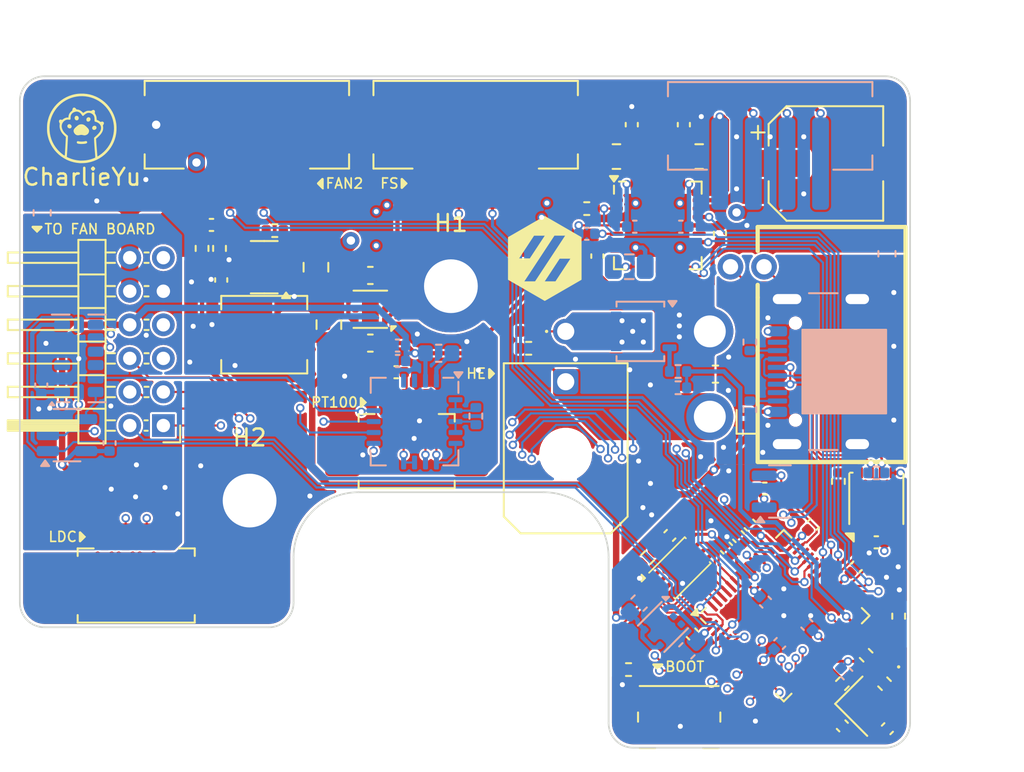
<source format=kicad_pcb>
(kicad_pcb (version 20240108) (generator "pcbnew") (generator_version "8.0")
  (layers (0 "F.Cu" mixed) (1 "In1.Cu" power) (2 "In2.Cu" mixed) (31 "B.Cu" mixed) (34 "B.Paste" user) (35 "F.Paste" user) (36 "B.SilkS" user "B.Silkscreen") (37 "F.SilkS" user "F.Silkscreen") (38 "B.Mask" user) (39 "F.Mask" user) (44 "Edge.Cuts" user))
  (net 0 "")
  (net 1 "/XIN")
  (net 2 "GND")
  (net 3 "+1V1")
  (net 4 "Net-(U4-VBST)")
  (net 5 "Net-(U4-SW)")
  (net 6 "+24V")
  (net 7 "PGND")
  (net 8 "+5V")
  (net 9 "Net-(D1-A)")
  (net 10 "Net-(D2-A)")
  (net 11 "Net-(U9-VDD)")
  (net 12 "/USB_D+")
  (net 13 "/USB_D-")
  (net 14 "Net-(D3-A)")
  (net 15 "/FAN0_PWM")
  (net 16 "/FAN0_DET")
  (net 17 "Net-(J4-Pin_2)")
  (net 18 "Net-(J4-Pin_3)")
  (net 19 "Net-(J4-Pin_1)")
  (net 20 "/FAN1_PWM")
  (net 21 "/FAN1_DET")
  (net 22 "/FAN2_PWM")
  (net 23 "/FAN2_DET")
  (net 24 "/NEO")
  (net 25 "/LDC_SCL")
  (net 26 "/LDC_SDA")
  (net 27 "/ADC0")
  (net 28 "/ADC1")
  (net 29 "Net-(Q1-G)")
  (net 30 "Net-(U1-RUN)")
  (net 31 "Net-(SW1-B)")
  (net 32 "/NOR_CS")
  (net 33 "/XOUT")
  (net 34 "Net-(U4-EN)")
  (net 35 "Net-(U4-VFB)")
  (net 36 "Net-(U3-STB)")
  (net 37 "Net-(U9-BIAS)")
  (net 38 "Net-(U9-ISENSOR)")
  (net 39 "/TMC_EN")
  (net 40 "/HEAT")
  (net 41 "/STATUS")
  (net 42 "/SPI0_CLK")
  (net 43 "/TMC_DIAG")
  (net 44 "/ADXL_INT1")
  (net 45 "/TMC_STEP")
  (net 46 "/ADXL_INT2")
  (net 47 "/NOR_D0")
  (net 48 "/SPI0_CS1")
  (net 49 "/SPI0_MOSI")
  (net 50 "/TEMP_A")
  (net 52 "/NOR_D1")
  (net 53 "/CAN_RX")
  (net 54 "/SPI0_MISO")
  (net 56 "/NOR_D2")
  (net 57 "/ENDSTOP0")
  (net 58 "/CAN_TX")
  (net 59 "/NOR_D3")
  (net 60 "/NOR_CLK")
  (net 61 "/TMC_DIR")
  (net 62 "/TMC_UART")
  (net 63 "/SPI0_CS2")
  (net 64 "/CAN_H")
  (net 65 "/CAN_L")
  (net 68 "Net-(C3-Pad1)")
  (net 69 "Net-(U6-VCP)")
  (net 70 "Net-(U6-CPO)")
  (net 71 "Net-(U6-CPI)")
  (net 72 "Net-(U6-5VOUT)")
  (net 73 "Net-(U6-BRA)")
  (net 74 "Net-(U6-BRB)")
  (net 75 "Net-(D2-K)")
  (net 77 "Net-(J2-CC2)")
  (net 79 "Net-(J2-CC1)")
  (net 80 "Net-(J3-Pin_1)")
  (net 81 "Net-(J3-Pin_4)")
  (net 82 "Net-(J3-Pin_2)")
  (net 83 "Net-(J3-Pin_3)")
  (net 91 "Net-(U8-SDA{slash}SDI{slash}SDIO)")
  (net 95 "/FS")
  (net 98 "+3V3A")
  (net 99 "+3V3B")
  (footprint "Button_Switch_SMD:Panasonic_EVQPUJ_EVQPUA" (layer "F.Cu") (at 118.875 131.84 180)
    (property "Reference" "SW1" (hide yes))
    (property "Value" "BOOT" (hide yes))
  )
  (footprint "Library:Molex_PicoBlade_53261-0471_1x04-1MP_P1.25mm_Horizontal" (layer "F.Cu") (at 86.551 123.502)
    (property "Reference" "J7" (hide yes))
    (property "Value" "LDC" (hide yes))
  )
  (footprint "Capacitor_SMD:C_0402_1005Metric" (layer "F.Cu") (at 91.031 102.522 180)
    (property "Reference" "C37" (hide yes))
    (property "Value" "47pF" (hide yes))
  )
  (footprint "Resistor_SMD:R_0402_1005Metric" (layer "F.Cu") (at 113.372392 101.550001)
    (property "Reference" "R14" (hide yes))
    (property "Value" "10K" (hide yes))
  )
  (footprint "Capacitor_SMD:C_0603_1608Metric" (layer "F.Cu") (at 100.4885 109.562 180)
    (property "Reference" "C36" (hide yes))
    (property "Value" "1uF" (hide yes))
  )
  (footprint "Resistor_SMD:R_0402_1005Metric" (layer "F.Cu") (at 117.000207 122.339794 -135)
    (property "Reference" "R2" (hide yes))
    (property "Value" "10K" (hide yes))
  )
  (footprint "Library:Molex_PicoBlade_53261-0371_1x03-1MP_P1.25mm_Horizontal" (layer "F.Cu") (at 102.651 115.497)
    (property "Reference" "J4" (hide yes))
    (property "Value" "PT100" (hide yes))
  )
  (footprint "Capacitor_SMD:C_0805_2012Metric" (layer "F.Cu") (at 98.021 108.462 90)
    (property "Reference" "C17" (hide yes))
    (property "Value" "22uF" (hide yes))
  )
  (footprint "Resistor_SMD:R_0402_1005Metric" (layer "F.Cu") (at 131.94 125.83 -90)
    (property "Reference" "R6" (hide yes))
    (property "Value" "430R" (hide yes))
  )
  (footprint "Library:AMASS_XT30PW-M_1x02_P2.50mm_Horizontal" (layer "F.Cu") (at 125.91 109.6518 90)
    (property "Reference" "J1" (hide yes))
    (property "Value" "XT30PB_IN" (hide yes))
  )
  (footprint "Capacitor_SMD:C_0402_1005Metric" (layer "F.Cu") (at 121.302392 103.030001 90)
    (property "Reference" "C21" (hide yes))
    (property "Value" "100nF" (hide yes))
  )
  (footprint "Library:USON-8_2.0x3.0mm_P0.5mm" (layer "F.Cu") (at 118.92 122.96 45)
    (property "Reference" "U2" (hide yes))
    (property "Value" "W25Q16JVUXIQ" (hide yes))
  )
  (footprint "Capacitor_SMD:C_0402_1005Metric" (layer "F.Cu") (at 119.655624 126.890991 135)
    (property "Reference" "C11" (hide yes))
    (property "Value" "100nF" (hide yes))
  )
  (footprint "Capacitor_SMD:C_0402_1005Metric" (layer "F.Cu") (at 131.26892 132.532214 -135)
    (property "Reference" "C3" (hide yes))
    (property "Value" "15pF" (hide yes))
  )
  (footprint "Capacitor_SMD:C_0402_1005Metric" (layer "F.Cu") (at 128.58892 132.363294 -45)
    (property "Reference" "C2" (hide yes))
    (property "Value" "15pF" (hide yes))
  )
  (footprint "Capacitor_SMD:C_0402_1005Metric" (layer "F.Cu") (at 129.417789 122.898816 45)
    (property "Reference" "C10" (hide yes))
    (property "Value" "100nF" (hide yes))
  )
  (footprint "Capacitor_SMD:C_0402_1005Metric" (layer "F.Cu") (at 126.872205 120.353232 45)
    (property "Reference" "C7" (hide yes))
    (property "Value" "100nF" (hide yes))
  )
  (footprint "Package_DFN_QFN:QFN-28-1EP_5x5mm_P0.5mm_EP3.75x3.75mm" (layer "F.Cu") (at 117.602392 102.550001)
    (property "Reference" "U6" (hide yes))
    (property "Value" "TMC2208-LA" (hide yes))
  )
  (footprint "Resistor_SMD:R_0402_1005Metric" (layer "F.Cu") (at 115.86 129.01)
    (property "Reference" "R3" (hide yes))
    (property "Value" "1K" (hide yes))
  )
  (footprint "Logos:Voron_Logo_Hex" (layer "F.Cu") (at 110.873 104.521)
    (property "Reference" "REF**" (hide yes))
    (property "Value" "Voron Hex" (hide yes))
  )
  (footprint "Inductor_SMD:L_0603_1608Metric" (layer "F.Cu") (at 121.032392 111.41 180)
    (property "Reference" "FB1" (hide yes))
    (property "Value" "120R@100MHz" (hide yes))
  )
  (footprint "Capacitor_SMD:C_0402_1005Metric" (layer "F.Cu") (at 122.414008 121.089104 135)
    (property "Reference" "C6" (hide yes))
    (property "Value" "1uF" (hide yes))
  )
  (footprint "Inductor_SMD:L_Chilisin_BMRA00040420" (layer "F.Cu") (at 94.171499 109.060501)
    (property "Reference" "L1" (hide yes))
    (property "Value" "10uH" (hide yes))
  )
  (footprint "Library:PAD" (layer "F.Cu") (at 117.585 113.9443)
    (property "Reference" "TP1" (hide yes))
    (property "Value" "PAD" (hide yes))
  )
  (footprint "Crystal:Crystal_SMD_2016-4Pin_2.0x1.6mm" (layer "F.Cu") (at 129.92892 131.192214 -45)
    (property "Reference" "Y1" (hide yes))
    (property "Value" "12MHz" (hide yes))
  )
  (footprint "Capacitor_SMD:C_0402_1005Metric" (layer "F.Cu") (at 123.971 118.232)
    (property "Reference" "C34" (hide yes))
    (property "Value" "100nF" (hide yes))
  )
  (footprint "Resistor_SMD:R_0402_1005Metric" (layer "F.Cu") (at 131.1 129.852214 135)
    (property "Reference" "R5" (hide yes))
    (property "Value" "1K" (hide yes))
  )
  (footprint "Capacitor_SMD:C_0402_1005Metric" (layer "F.Cu") (at 102.026 111.297 180)
    (property "Reference" "C33" (hide yes))
    (property "Value" "10nF" (hide yes))
  )
  (footprint "Package_SON:WSON-6-1EP_2x2mm_P0.65mm_EP1x1.6mm" (layer "F.Cu") (at 100.4885 107.547 180)
    (property "Reference" "U11" (hide yes))
    (property "Value" "LP5912-3.3DRV" (hide yes))
  )
  (footprint "Capacitor_SMD:C_0402_1005Metric" (layer "F.Cu") (at 114.002392 104.38 90)
    (property "Reference" "C20" (hide yes))
    (property "Value" "100nF" (hide yes))
  )
  (footprint "Capacitor_SMD:CP_Elec_6.3x7.7" (layer "F.Cu") (at 127.61 98.86)
    (property "Reference" "C22" (hide yes))
    (property "Value" "100uF" (hide yes))
  )
  (footprint "Capacitor_SMD:C_0402_1005Metric" (layer "F.Cu") (at 123.099808 120.403304 135)
    (property "Reference" "C13" (hide yes))
    (property "Value" "1uF" (hide yes))
  )
  (footprint "Capacitor_SMD:C_0805_2012Metric" (layer "F.Cu") (at 97.251 105.041999 -90)
    (property "Reference" "C16" (hide yes))
    (property "Value" "10uF" (hide yes))
  )
  (footprint "Resistor_SMD:R_0402_1005Metric" (layer "F.Cu") (at 109.916 109.872)
    (property "Reference" "R18" (hide yes))
    (property "Value" "2.2K" (hide yes))
  )
  (footprint "Package_DFN_QFN:QFN-56-1EP_7x7mm_P0.4mm_EP3.2x3.2mm" (layer "F.Cu") (at 125.102392 125.8 45)
    (property "Reference" "U1" (hide yes))
    (property "Value" "RP2040" (hide yes))
  )
  (footprint "Resistor_SMD:R_0402_1005Metric" (layer "F.Cu") (at 90.471 103.922 -90)
    (property "Reference" "R12" (hide yes))
    (property "Value" "100K" (hide yes))
  )
  (footprint "Library:Molex_Micro-Fit_3.0_43045-0200_2x01_P3.00mm_Horizontal" (layer "F.Cu") (at 112.12 111.8643 180)
    (property "Reference" "J5" (hide yes))
    (property "Value" "Hotend" (hide yes))
  )
  (footprint "Capacitor_SMD:C_0603_1608Metric" (layer "F.Cu") (at 100.4885 105.532)
    (property "Reference" "C35" (hide yes))
    (property "Value" "2.2uF" (hide yes))
  )
  (footprint "Library:JST_PH_B4B-PH-SM4-TB_1x04-1MP_P2.00mm_Vertical" (layer "F.Cu") (at 106.759 98.306)
    (property "Reference" "J8" (hide yes))
    (property "Value" "FS" (hide yes))
  )
  (footprint "Capacitor_SMD:C_0402_1005Metric" (layer "F.Cu") (at 121.691 121.772 135)
    (property "Reference" "C12" (hide yes))
    (property "Value" "100nF" (hide yes))
  )
  (footprint "Resistor_SMD:R_0805_2012Metric" (layer "F.Cu") (at 115.139892 98.45 180)
    (property "Reference" "R16" (hide yes))
    (property "Value" "11mR" (hide yes))
  )
  (footprint "MountingHole:MountingHole_3.2mm_M3_ISO14580_Pad" (layer "F.Cu") (at 93.301 118.943)
    (property "Reference" "H2")
    (property "Value" "M3")
  )
  (footprint "Logos:charlieyu" (layer "F.Cu") (at 83.314 96.774)
    (property "Reference" "RFF**" (hide yes))
    (property "Value" "CharlieYu" (hide yes))
  )
  (footprint "Library:PAD" (layer "F.Cu") (at 115.085 108.8643)
    (property "Reference" "TP2" (hide yes))
    (property "Value" "PAD" (hide yes))
  )
  (footprint "Capacitor_SMD:C_0402_1005Metric" (layer "F.Cu") (at 119.152392 96.55 90)
    (property "Reference" "C27" (hide yes))
    (property "Value" "100nF" (hide yes))
  )
  (footprint "Resistor_SMD:R_0805_2012Metric" (layer "F.Cu") (at 120.064892 98.45)
    (property "Reference" "R15" (hide yes))
    (property "Value" "11mR" (hide yes))
  )
  (footprint "Capacitor_SMD:C_0402_1005Metric" (layer "F.Cu") (at 130.61 121.43 180)
    (property "Reference" "C14" (hide yes))
    (property "Value" "100nF" (hide yes))
  )
  (footprint "Capacitor_SMD:C_0402_1005Metric" (layer "F.Cu") (at 116.052392 96.55 90)
    (property "Reference" "C28" (hide yes))
    (property "Value" "100nF" (hide yes))
  )
  (footprint "LED_SMD:LED_0402_1005Metric" (layer "F.Cu") (at 131.94 127.7604 90)
    (property "Reference" "D1" (hide yes))
    (property "Value" "LED" (hide yes))
  )
  (footprint "Resistor_SMD:R_0402_1005Metric" (layer "F.Cu") (at 91.511 103.922 -90)
    (property "Reference" "R13" (hide yes))
    (property "Value" "13.3K" (hide yes))
  )
  (footprint "Package_TO_SOT_SMD:SOT-23-6" (layer "F.Cu") (at 94.171499 105.041999 180)
    (property "Reference" "U4" (hide yes))
    (property "Value" "TPS54302" (hide yes))
  )
  (footprint "LED_SMD:LED_0402_1005Metric" (layer "F.Cu") (at 109.891 108.8643 180)
    (property "Reference" "D2" (hide yes))
    (property "Value" "LED" (hide yes))
  )
  (footprint "MountingHole:MountingHole_3.2mm_M3_ISO14580_Pad" (layer "F.Cu") (at 105.285 106.172)
    (property "Reference" "H1")
    (property "Value" "M3")
  )
  (footprint "Diode_SMD:D_SOD-882D" (layer "F.Cu") (at 122.902392 114.05 90)
    (property "Reference" "D3" (hide yes))
    (property "Value" "D_Schottky" (hide yes))
  )
  (footprint "Resistor_SMD:R_0402_1005Metric" (layer "F.Cu") (at 128.588919 129.852214 45)
    (property "Reference" "R4" (hide yes))
    (property "Value" "NC" (hide yes))
  )
  (footprint "Connector_PinHeader_2.00mm:PinHeader_2x06_P2.00mm_Horizontal" (layer "F.Cu") (at 88.167 114.473 180)
    (property "Reference" "J9" (hide yes))
    (property "Value" "FAN" (hide yes))
  )
  (footprint "Capacitor_SMD:C_0402_1005Metric" (layer "F.Cu") (at 118.321007 121.018994 45)
    (property "Reference" "C1" (hide yes))
    (property "Value" "100nF" (hide yes))
  )
  (footprint "Capacitor_SMD:C_0402_1005Metric" (layer "F.Cu") (at 91.611 105.802 -90)
    (property "Reference" "C15" (hide yes))
    (property "Value" "100nF" (hide yes))
  )
  (footprint "Resistor_SMD:R_0402_1005Metric" (layer "F.Cu") (at 128.352392 117.799999 -90)
    (property "Reference" "R10" (hide yes))
    (property "Value" "10K" (hide yes))
  )
  (footprint "Resistor_SMD:R_0402_1005Metric" (layer "F.Cu") (at 94.798999 102.862 180)
    (property "Reference" "R11" (hide yes))
    (property "Value" "10K" (hide yes))
  )
  (footprint "Resistor_SMD:R_0402_1005Metric" (layer "F.Cu") (at 130.004688 128.156711 135)
    (property "Reference" "R1" (hide yes))
    (property "Value" "1K" (hide yes))
  )
  (footprint "Package_DFN_QFN:DFN-8-1EP_3x3mm_P0.65mm_EP1.55x2.4mm" (layer "F.Cu") (at 130.61 118.84 90)
    (property "Reference" "U3" (hide yes))
    (property "Value" "TJA1042TK-3" (hide yes))
  )
  (footprint "Library:JST_PH_B4B-PH-SM4-TB_1x04-1MP_P2.00mm_Vertical" (layer "F.Cu") (at 93.139 98.306)
    (property "Reference" "J6" (hide yes))
    (property "Value" "FAN2" (hide yes))
  )
  (footprint "Capacitor_SMD:C_0402_1005Metric" (layer "B.Cu") (at 124.012702 124.993153 -45)
    (property "Reference" "C5" (hide yes))
    (property "Value" "100nF" (hide yes))
  )
  (footprint "Package_DFN_QFN:TQFN-20-1EP_5x5mm_P0.65mm_EP3.25x3.25mm" (layer "B.Cu") (at 103.121 114.237001 180)
    (property "Reference" "U9" (hide yes))
    (property "Value" "MAX31865xTP" (hide yes))
  )
  (footprint "Resistor_SMD:R_0402_1005Metric" (layer "B.Cu") (at 106.771 113.912001 90)
    (property "Reference" "R17" (hide yes))
    (property "Value" "430R" (hide yes))
  )
  (footprint "Capacitor_SMD:C_0402_1005Metric" (layer "B.Cu") (at 84.963 115.514999 90)
    (property "Reference" "C30" (hide yes))
    (property "Value" "100nF" (hide yes))
  )
  (footprint "Capacitor_SMD:C_0402_1005Metric" (layer "B.Cu") (at 102.111 110.627001 180)
    (property "Reference" "C31" (hide yes))
    (property "Value" "1uF" (hide yes))
  )
  (footprint "Capacitor_SMD:C_0402_1005Metric" (layer "B.Cu") (at 116.230792 102.627501)
    (property "Reference" "C23" (hide yes))
    (property "Value" "100nF" (hide yes))
  )
  (footprint "Resistor_SMD:R_0402_1005Metric" (layer "B.Cu") (at 123.081392 109.500001 -90)
    (property "Reference" "R9" (hide yes))
    (property "Value" "5.1K" (hide yes))
  )
  (footprint "Resistor_SMD:R_0402_1005Metric" (layer "B.Cu") (at 130.61 117.2925)
    (property "Reference" "R7" (hide yes))
    (property "Value" "120R/TBD" (hide yes))
  )
  (footprint "Capacitor_SMD:C_0402_1005Metric" (layer "B.Cu") (at 124.86123 127.455375 45)
    (property "Reference" "C9" (hide yes))
    (property "Value" "100nF" (hide yes))
  )
  (footprint "Capacitor_SMD:C_0402_1005Metric" (layer "B.Cu") (at 126.474925 126.324004 135)
    (property "Reference" "C4" (hide yes))
    (property "Value" "100nF" (hide yes))
  )
  (footprint "Capacitor_SMD:C_0402_1005Metric" (layer "B.Cu") (at 102.111 109.707001 180)
    (property "Reference" "C32" (hide yes))
    (property "Value" "100nF" (hide yes))
  )
  (footprint "Inductor_SMD:L_0603_1608Metric" (layer "B.Cu") (at 104.558502 110.167001)
    (property "Reference" "FB4" (hide yes))
    (property "Value" "120R@100MHz" (hide yes))
  )
  (footprint "Library:JST_PH_B4B-PH-SM4-TB_1x04-1MP_P2.00mm_Vertical" (layer "B.Cu") (at 124.291 98.372 180)
    (property "Reference" "J3" (hide yes))
    (property "Value" "Excluder" (hide yes))
  )
  (footprint "Capacitor_SMD:C_0805_2012Metric" (layer "B.Cu") (at 115.902393 105.012501)
    (property "Reference" "C26" (hide yes))
    (property "Value" "4.7uF" (hide yes))
  )
  (footprint "Inductor_SMD:L_0603_1608Metric" (layer "B.Cu") (at 131.242392 104.24 90)
    (property "Reference" "FB2" (hide yes))
    (property "Value" "120R@100MHz" (hide yes))
  )
  (footprint "Package_TO_SOT_SMD:SOT-23" (layer "B.Cu") (at 124.871 118.402)
    (property "Reference" "U10" (hide yes))
    (property "Value" "TMP235A2" (hide yes))
  )
  (footprint "Inductor_SMD:L_0603_1608Metric" (layer "B.Cu") (at 80.9518 101.8032 90)
    (property "Reference" "FB3" (hide yes))
    (property "Value" "120R@100MHz" (hide yes))
  )
  (footprint "Capacitor_SMD:C_0603_1608Metric" (layer "B.Cu") (at 116.488107 125.047731 45)
    (property "Reference" "C18" (hide yes))
    (property "Value" "2.2uF" (hide yes))
  )
  (footprint "Capacitor_SMD:C_0402_1005Metric" (layer "B.Cu") (at 80.899 112.073 90)
    (property "Reference" "C29" (hide yes))
    (property "Value" "100nF" (hide yes))
  )
  (footprint "Capacitor_SMD:C_0402_1005Metric" (layer "B.Cu") (at 118.973992 102.627501 180)
    (property "Reference" "C24" (hide yes))
    (property "Value" "100nF" (hide yes))
  )
  (footprint "Capacitor_SMD:C_0402_1005Metric" (layer "B.Cu") (at 128.852104 129.266869 -45)
    (property "Reference" "C8" (hide yes))
    (property "Value" "100nF" (hide yes))
  )
  (footprint "Connector_USB:USB_C_Receptacle_GCT_USB4105-xx-A_16P_TopMnt_Horizontal" (layer "B.Cu") (at 128.402392 111.26 -90)
    (property "Reference" "J2" (hide yes))
    (property "Value" "USB_C_Receptacle_USB2.0_16P" (hide yes))
  )
  (footprint "Package_SON:WSON-6-1EP_2x2mm_P0.65mm_EP1x1.6mm" (layer "B.Cu") (at 117.910507 126.470131 -135)
    (property "Reference" "U5" (hide yes))
    (property "Value" "LP5912-3.3DRV" (hide yes))
  )
  (footprint "Resistor_SMD:R_0402_1005Metric" (layer "B.Cu") (at 118.81 111.252 180)
    (property "Reference" "R19" (hide yes))
    (property "Value" "1K" (hide yes))
  )
  (footprint "Package_TO_SOT_SMD:SOT-23-5" (layer "B.Cu") (at 82.4285 115.045)
    (property "Reference" "U7" (hide yes))
    (property "Value" "OR" (hide yes))
  )
  (footprint "Capacitor_SMD:C_0402_1005Metric" (layer "B.Cu") (at 113.372392 103.050001 180)
    (property "Reference" "C25" (hide yes))
    (property "Value" "22nF" (hide yes))
  )
  (footprint "Package_TO_SOT_SMD:LFPAK33" (layer "B.Cu") (at 116.765 108.8643 180)
    (property "Reference" "Q1" (hide yes))
    (property "Value" "BUK9M8R5-40EX" (hide yes))
  )
  (footprint "Resistor_SMD:R_0402_1005Metric" (layer "B.Cu") (at 118.81 112.222 180)
    (property "Reference" "R20" (hide yes))
    (property "Value" "10K" (hide yes))
  )
  (footprint "Capacitor_SMD:C_0603_1608Metric" (layer "B.Cu") (at 119.332907 127.892531 -135)
    (property "Reference" "C19" (hide yes))
    (property "Value" "1uF" (hide yes))
  )
  (footprint "Resistor_SMD:R_0402_1005Metric" (layer "B.Cu") (at 123.081392 113.519999 90)
    (property "Reference" "R8" (hide yes))
    (property "Value" "5.1K" (hide yes))
  )
  (footprint "Package_LGA:LGA-14_3x5mm_P0.8mm_LayoutBorder1x6y" (layer "B.Cu") (at 83.139 110.473)
    (property "Reference" "U8" (hide yes))
    (property "Value" "ADXL343" (hide yes))
  )
  (gr_rect (start 126.202392 108.76) (end 131.202392 113.76) (stroke (width 0.1)) (fill solid) (layer "B.SilkS"))
  (gr_poly (pts (xy 117.855858 128.713) (xy 117.601858 128.967) (xy 117.347858 128.713)) (stroke (width 0.15)) (fill solid) (layer "F.SilkS"))
  (gr_poly (pts (xy 99.932858 112.843) (xy 100.186858 113.097) (xy 99.932858 113.351)) (stroke (width 0.15)) (fill solid) (layer "F.SilkS"))
  (gr_poly (pts (xy 102.364 99.798) (xy 102.618 100.052) (xy 102.364 100.306)) (stroke (width 0.15)) (fill solid) (layer "F.SilkS"))
  (gr_poly (pts (xy 83.207858 120.848) (xy 83.461858 121.102) (xy 83.207858 121.356)) (stroke (width 0.15)) (fill solid) (layer "F.SilkS"))
  (gr_poly (pts (xy 97.639 100.306) (xy 97.385 100.052) (xy 97.639 99.798)) (stroke (width 0.15)) (fill solid) (layer "F.SilkS"))
  (gr_poly (pts (xy 107.571 111.125) (xy 107.825 111.379) (xy 107.571 111.633)) (stroke (width 0.15)) (fill solid) (layer "F.SilkS"))
  (gr_poly (pts (xy 80.901 102.645) (xy 80.647 102.899) (xy 80.393 102.645)) (stroke (width 0.15)) (fill solid) (layer "F.SilkS"))
  (gr_line (start 95.918965 122.31201) (end 95.918965 125.017819) (stroke (width 0.1)) (layer "Edge.Cuts"))
  (gr_line (start 131.147732 133.665) (end 116.145732 133.665) (stroke (width 0.1)) (layer "Edge.Cuts"))
  (gr_line (start 79.621598 95.138866) (end 79.621598 125.017819) (stroke (width 0.1)) (layer "Edge.Cuts"))
  (gr_arc (start 116.145732 133.665) (mid 115.103531 133.233326) (end 114.671866 132.191134) (stroke (width 0.1)) (layer "Edge.Cuts"))
  (gr_line (start 99.783975 118.447) (end 110.806856 118.447) (stroke (width 0.1)) (layer "Edge.Cuts"))
  (gr_line (start 81.095464 93.665) (end 131.147724 93.665) (stroke (width 0.1)) (layer "Edge.Cuts"))
  (gr_line (start 132.621598 132.191134) (end 132.621598 95.138866) (stroke (width 0.1)) (layer "Edge.Cuts"))
  (gr_arc (start 132.621598 132.191134) (mid 132.189915 133.233326) (end 131.147732 133.665) (stroke (width 0.1)) (layer "Edge.Cuts"))
  (gr_arc (start 95.918965 122.31201) (mid 97.050999 119.579027) (end 99.783975 118.447) (stroke (width 0.1)) (layer "Edge.Cuts"))
  (gr_arc (start 81.095464 126.491685) (mid 80.053277 126.060001) (end 79.621598 125.017819) (stroke (width 0.1)) (layer "Edge.Cuts"))
  (gr_arc (start 131.147724 93.665) (mid 132.189908 94.096682) (end 132.62159 95.138866) (stroke (width 0.1)) (layer "Edge.Cuts"))
  (gr_line (start 81.095464 126.491685) (end 94.445099 126.491685) (stroke (width 0.1)) (layer "Edge.Cuts"))
  (gr_arc (start 95.918965 125.017819) (mid 95.487273 126.059987) (end 94.445099 126.491685) (stroke (width 0.1)) (layer "Edge.Cuts"))
  (gr_arc (start 79.621598 95.138866) (mid 80.05329 94.096675) (end 81.095464 93.665) (stroke (width 0.1)) (layer "Edge.Cuts"))
  (gr_arc (start 110.806856 118.447) (mid 113.539859 119.57902) (end 114.671866 122.31201) (stroke (width 0.1)) (layer "Edge.Cuts"))
  (gr_line (start 114.671866 132.191134) (end 114.671866 122.31201) (stroke (width 0.1)) (layer "Edge.Cuts"))
  (gr_text "HE" (at 107.444 111.379 0) (layer "F.SilkS") (effects (font (size 0.6 0.6) (thickness 0.1) (bold yes)) (justify right)))
  (gr_text "FAN2" (at 97.766 100.052 0) (layer "F.SilkS") (effects (font (size 0.6 0.6) (thickness 0.1) (bold yes)) (justify left)))
  (gr_text "TO FAN BOARD" (at 81.028 102.772 0) (layer "F.SilkS") (effects (font (size 0.6 0.6) (thickness 0.1) (bold yes)) (justify left)))
  (gr_text "FS" (at 102.237 100.052 0) (layer "F.SilkS") (effects (font (size 0.6 0.6) (thickness 0.1) (bold yes)) (justify right)))
  (gr_text "PT100" (at 99.805858 113.097 0) (layer "F.SilkS") (effects (font (size 0.6 0.6) (thickness 0.1) (bold yes)) (justify right)))
  (gr_text "BOOT" (at 117.982858 128.84 0) (layer "F.SilkS") (effects (font (size 0.6 0.6) (thickness 0.1) (bold yes)) (justify left)))
  (gr_text "LDC" (at 83.080858 121.102 0) (layer "F.SilkS") (effects (font (size 0.6 0.6) (thickness 0.1) (bold yes)) (justify right)))
  (segment (start 129.045037 131.02958) (end 128.228295 130.212838) (width 0.127) (layer "F.Cu") (net 1))
  (segment (start 127.108807 128.654944) (end 128.228295 129.774432) (width 0.127) (layer "F.Cu") (net 1))
  (segment (start 129.045037 131.086148) (end 129.045037 131.02958) (width 0.127) (layer "F.Cu") (net 1))
  (segment (start 129.045037 131.086148) (end 129.045037 131.228355) (width 0.127) (layer "F.Cu") (net 1))
  (segment (start 128.228295 129.774432) (end 128.228295 130.212838) (width 0.127) (layer "F.Cu") (net 1))
  (segment (start 129.045037 131.228355) (end 128.249509 132.023883) (width 0.127) (layer "F.Cu") (net 1))
  (segment (start 101.2635 104.1825) (end 100.84 103.759) (width 0.381) (layer "F.Cu") (net 2))
  (segment (start 118.602392 105.012501) (end 118.602392 103.550001) (width 0.254) (layer "F.Cu") (net 2))
  (segment (start 100.4885 106.307) (end 101.2635 105.532) (width 0.254) (layer "F.Cu") (net 2))
  (segment (start 120.064891 102.550001) (end 117.602392 102.550001) (width 0.254) (layer "F.Cu") (net 2))
  (segment (start 118.602392 103.550001) (end 117.602392 102.550001) (width 0.254) (layer "F.Cu") (net 2))
  (segment (start 116.602392 103.550001) (end 117.602392 102.550001) (width 0.254) (layer "F.Cu") (net 2))
  (segment (start 117.102392 105.012501) (end 117.102392 103.050001) (width 0.254) (layer "F.Cu") (net 2))
  (segment (start 101.2635 105.532) (end 101.2635 104.1825) (width 0.381) (layer "F.Cu") (net 2))
  (segment (start 100.4885 107.547) (end 100.4885 106.307) (width 0.254) (layer "F.Cu") (net 2))
  (segment (start 120.064891 102.550001) (end 121.302392 102.550001) (width 0.254) (layer "F.Cu") (net 2))
  (segment (start 99.601 107.547) (end 100.4885 107.547) (width 0.254) (layer "F.Cu") (net 2))
  (segment (start 115.139892 102.050001) (end 117.102392 102.050001) (width 0.254) (layer "F.Cu") (net 2))
  (segment (start 117.102392 103.050001) (end 117.602392 102.550001) (width 0.254) (layer "F.Cu") (net 2))
  (segment (start 116.602392 105.012501) (end 116.602392 103.550001) (width 0.254) (layer "F.Cu") (net 2))
  (segment (start 117.102392 102.050001) (end 117.602392 102.550001) (width 0.254) (layer "F.Cu") (net 2))
  (via (at 110.685 102.072) (size 0.5) (drill 0.3) (layers "F.Cu" "B.Cu") (net 2))
  (via (at 103.415 114.192) (size 0.5) (drill 0.3) (layers "F.Cu" "B.Cu") (net 2))
  (via (at 100.84 103.759) (size 0.5) (drill 0.3) (layers "F.Cu" "B.Cu") (net 2))
  (via (at 115.492392 129.91) (size 0.5) (drill 0.3) (layers "F.Cu" "B.Cu") (net 2))
  (via (at 116.281592 103.870801) (size 0.5) (drill 0.3) (layers "F.Cu" "B.Cu") (net 2))
  (via (at 131.215 123.512) (size 0.5) (drill 0.3) (layers "F.Cu" "B.Cu") (net 2))
  (via (at 106.921 111.172) (size 0.5) (drill 0.3) (layers "F.Cu" "B.Cu") (net 2))
  (via (at 118.923192 101.229201) (size 0.5) (drill 0.3) (layers "F.Cu" "B.Cu") (net 2))
  (via (at 125.102392 124.2) (size 0.5) (drill 0.3) (layers "F.Cu" "B.Cu") (net 2))
  (via (at 89.027 119.7356) (size 0.5) (drill 0.3) (layers "F.Cu" "B.Cu") (net 2))
  (via (at 124.157392 108.06) (size 0.5) (drill 0.3) (layers "F.Cu" "B.Cu") (net 2))
  (via (at 131.652392 114.15) (size 0.5) (drill 0.3) (layers "F.Cu" "B.Cu") (net 2))
  (via (at 121.819893 110.394) (size 0.5) (drill 0.3) (layers "F.Cu" "B.Cu") (net 2))
  (via (at 83.1342 110.49) (size 0.5) (drill 0.3) (layers "F.Cu" "B.Cu") (net 2))
  (via (at 101.473 101.346) (size 0.5) (drill 0.3) (layers "F.Cu" "B.Cu") (net 2))
  (via (at 123.412392 132.08) (size 0.5) (drill 0.3) (layers "F.Cu" "B.Cu") (net 2))
  (via (at 120.766 120.147) (size 0.5) (drill 0.3) (layers "F.Cu" "B.Cu") (net 2))
  (via (at 100.041 116.222) (size 0.5) (drill 0.3) (layers "F.Cu" "B.Cu") (net 2))
  (via (at 87.1474 109.093) (size 0.5) (drill 0.3) (layers "F.Cu" "B.Cu") (net 2))
  (via (at 125.102392 125.8) (size 0.5) (drill 0.3) (layers "F.Cu" "B.Cu") (net 2))
  (via (at 85.0392 113.3094) (size 0.5) (drill 0.3) (layers "F.Cu" "B.Cu") (net 2))
  (via (at 100.84 101.727) (size 0.5) (drill 0.3) (layers "F.Cu" "B.Cu") (net 2))
  (via (at 119.0752 123.8758) (size 0.5) (drill 0.3) (layers "F.Cu" "B.Cu") (net 2))
  (via (at 88.265 118.1608) (size 0.5) (drill 0.3) (layers "F.Cu" "B.Cu") (net 2))
  (via (at 103.095 115.242) (size 0.5) (drill 0.3) (layers "F.Cu" "B.Cu") (net 2))
  (via (at 121.511 115.772) (size 0.5) (drill 0.3) (layers "F.Cu" "B.Cu") (net 2))
  (via (at 124.157392 114.46) (size 0.5) (drill 0.3) (layers "F.Cu" "B.Cu") (net 2))
  (via (at 118.942392 132.39) (size 0.5) (drill 0.3) (layers "F.Cu" "B.Cu") (net 2))
  (via (at 121.801 112.382) (size 0.5) (drill 0.3) (layers "F.Cu" "B.Cu") (net 2))
  (via (at 116.5133 123.572) (size 0.5) (drill 0.3) (layers "F.Cu" "B.Cu") (net 2))
  (via (at 123.850992 116.072) (size 0.5) (drill 0.3) (layers "F.Cu" "B.Cu") (net 2))
  (via (at 106.235 109.472) (size 0.5) (drill 0.3) (layers "F.Cu" "B.Cu") (net 2))
  (via (at 130.185 122.062) (size 0.5) (drill 0.3) (layers "F.Cu" "B.Cu") (net 2))
  (via (at 126.702392 125.8) (size 0.5) (drill 0.3) (layers "F.Cu" "B.Cu") (net 2))
  (via (at 121.716 121.097) (size 0.5) (drill 0.3) (layers "F.Cu" "B.Cu") (net 2))
  (via (at 81.1784 109.5756) (size 0.5) (drill 0.3) (layers "F.Cu" "B.Cu") (net 2))
  (via (at 116.281592 101.229201) (size 0.5) (drill 0.3) (layers "F.Cu" "B.Cu") (net 2))
  (via (at 103.285 109.022) (size 0.5) (drill 0.3) (layers "F.Cu" "B.Cu") (net 2))
  (via (at 131.652392 109.75) (size 0.5) (drill 0.3) (layers "F.Cu" "B.Cu") (net 2))
  (via (at 80.7466 113.4872) (size 0.5) (drill 0.3) (layers "F.Cu" "B.Cu") (net 2))
  (via (at 81.407 113.4364) (size 0.5) (drill 0.3) (layers "F.Cu" "B.Cu") (net 2))
  (via (at 131.982392 124.26) (size 0.5) (drill 0.3) (layers "F.Cu" "B.Cu") (net 2))
  (via (at 86.5632 116.8146) (size 0.5) (drill 0.3) (layers "F.Cu" "B.Cu") (net 2))
  (via (at 118.923192 103.870801) (size 0.5) (drill 0.3) (layers "F.Cu" "B.Cu") (net 2))
  (via (at 86.5124 118.7196) (size 0.5) (drill 0.3) (layers "F.Cu" "B.Cu") (net 2))
  (via (at 131.912392 122.89) (size 0.5) (drill 0.3) (layers "F.Cu" "B.Cu") (net 2))
  (via (at 85.0646 118.2624) (size 0.5) (drill 0.3) (layers "F.Cu" "B.Cu") (net 2))
  (via (at 131.652392 106.55) (size 0.5) (drill 0.3) (layers "F.Cu" "B.Cu") (net 2))
  (via (at 111 101.219) (size 0.5) (drill 0.3) (layers "F.Cu" "B.Cu") (net 2))
  (via (at 121.825 117.172) (size 0.5) (drill 0.3) (layers "F.Cu" "B.Cu") (net 2))
  (via (at 98.9584 111.5314) (size 0.5) (drill 0.3) (layers "F.Cu" "B.Cu") (net 2))
  (segment (start 116.852392 105.012501) (end 116.852392 104.033392) (width 0.254) (layer "B.Cu") (net 2))
  (segment (start 116.689801 103.870801) (end 116.852392 104.033392) (width 0.254) (layer "B.Cu") (net 2))
  (segment (start 101.631 110.337001) (end 101.631 111.037001) (width 0.254) (layer "B.Cu") (net 2))
  (segment (start 101.821 111.227001) (end 101.821 111.799501) (width 0.254) (layer "B.Cu") (net 2))
  (segment (start 101.631 111.037001) (end 101.821 111.227001) (width 0.254) (layer "B.Cu") (net 2))
  (segment (start 101.631 110.627001) (end 101.631 109.707001) (width 0.254) (layer "B.Cu") (net 2))
  (segment (start 82.139 111.673) (end 80.979 111.673) (width 0.254) (layer "B.Cu") (net 2))
  (segment (start 80.979 111.673) (end 80.899 111.593) (width 0.254) (layer "B.Cu") (net 2))
  (segment (start 116.281592 103.870801) (end 116.689801 103.870801) (width 0.254) (layer "B.Cu") (net 2))
  (segment (start 124.593431 122.745454) (end 124.593431 123.073202) (width 0.1778) (layer "F.Cu") (net 3))
  (segment (start 123.276492 121.428515) (end 122.753419 121.428515) (width 0.1778) (layer "F.Cu") (net 3))
  (segment (start 124.593431 123.073202) (end 123.343091 124.323542) (width 0.1778) (layer "F.Cu") (net 3))
  (segment (start 123.944505 122.096528) (end 123.276492 121.428515) (width 0.1778) (layer "F.Cu") (net 3))
  (segment (start 122.530291 123.510742) (end 123.343091 124.323542) (width 0.1778) (layer "F.Cu") (net 3))
  (segment (start 127.957336 127.806415) (end 127.144536 126.993615) (width 0.1778) (layer "F.Cu") (net 3))
  (segment (start 123.944505 122.096528) (end 124.593431 122.745454) (width 0.1778) (layer "F.Cu") (net 3))
  (via (at 123.343091 124.323542) (size 0.5) (drill 0.3) (layers "F.Cu" "B.Cu") (net 3))
  (via (at 127.144536 126.993615) (size 0.5) (drill 0.3) (layers "F.Cu" "B.Cu") (net 3))
  (segment (start 123.343091 124.323542) (end 123.673291 124.653742) (width 0.1778) (layer "B.Cu") (net 3))
  (segment (start 126.814336 126.663415) (end 127.144536 126.993615) (width 0.1778) (layer "B.Cu") (net 3))
  (segment (start 91.611 105.322) (end 92.280998 105.991998) (width 0.254) (layer "F.Cu") (net 4))
  (segment (start 92.280998 105.991998) (end 93.033999 105.991998) (width 0.254) (layer "F.Cu") (net 4))
  (segment (start 111.091 110.8353) (end 111.091 110.537) (width 0.1778) (layer "F.Cu") (net 6))
  (segment (start 122.291499 101.780502) (end 124.182498 101.780502) (width 0.762) (layer "F.Cu") (net 6))
  (segment (start 124.182498 101.780502) (end 124.91 101.053) (width 0.762) (layer "F.Cu") (net 6))
  (segment (start 97.251 104.092) (end 98.691 104.092) (width 1.016) (layer "F.Cu") (net 6))
  (segment (start 112.12 111.8643) (end 111.091 110.8353) (width 0.1778) (layer "F.Cu") (net 6))
  (segment (start 119.453992 100.087501) (end 119.102392 100.087501) (width 0.254) (layer "F.Cu") (net 6))
  (segment (start 98.691 104.092) (end 99.331 103.452) (width 1.016) (layer "F.Cu") (net 6))
  (segment (start 111.091 110.537) (end 110.426 109.872) (width 0.1778) (layer "F.Cu") (net 6))
  (segment (start 115.750792 100.087501) (end 116.102392 100.087501) (width 0.254) (layer "F.Cu") (net 6))
  (segment (start 124.91 101.053) (end 124.91 98.86) (width 0.762) (layer "F.Cu") (net 6))
  (via (at 90.139 98.806) (size 1) (drill 0.5) (layers "F.Cu" "B.Cu") (net 6))
  (via (at 122.291499 101.780502) (size 1) (drill 0.5) (layers "F.Cu" "B.Cu") (net 6))
  (via (at 99.331 103.452) (size 1) (drill 0.5) (layers "F.Cu" "B.Cu") (net 6))
  (via (at 115.750792 100.087501) (size 0.5) (drill 0.3) (layers "F.Cu" "B.Cu") (net 6))
  (via (at 119.453992 100.087501) (size 0.5) (drill 0.3) (layers "F.Cu" "B.Cu") (net 6))
  (segment (start 119.453992 100.087501) (end 119.453992 102.627501) (width 0.254) (layer "B.Cu") (net 6))
  (segment (start 115.750792 100.087501) (end 115.750792 102.627501) (width 0.254) (layer "B.Cu") (net 6))
  (segment (start 87.739 96.556) (end 86.834 96.556) (width 1.016) (layer "F.Cu") (net 7))
  (segment (start 86.167 106.473) (end 86.167 104.473) (width 1.016) (layer "F.Cu") (net 7))
  (segment (start 86.834 96.556) (end 86.167 97.223) (width 1.016) (layer "F.Cu") (net 7))
  (segment (start 86.167 97.223) (end 86.167 104.473) (width 1.016) (layer "F.Cu") (net 7))
  (via (at 90.391 116.872) (size 0.5) (drill 0.3) (layers "F.Cu" "B.Cu") (net 7))
  (via (at 115.931 111.152) (size 0.5) (drill 0.3) (layers "F.Cu" "B.Cu") (net 7))
  (via (at 92.077 104.5972) (size 0.5) (drill 0.3) (layers "F.Cu" "B.Cu") (net 7))
  (via (at 118.8842 108.5393) (size 0.5) (drill 0.3) (layers "F.Cu" "B.Cu") (net 7))
  (via (at 92.4326 110.8964) (size 0.5) (drill 0.3) (layers "F.Cu" "B.Cu") (net 7))
  (via (at 126.291 100.672) (size 0.5) (drill 0.3) (layers "F.Cu" "B.Cu") (net 7))
  (via (at 91.0102 105.7656) (size 0.5) (drill 0.3) (layers "F.Cu" "B.Cu") (net 7))
  (via (at 95.9612 106.7816) (size 0.5) (drill 0.3) (layers "F.Cu" "B.Cu") (net 7))
  (via (at 116.052392 95.472) (size 0.5) (drill 0.3) (layers "F.Cu" "B.Cu") (net 7))
  (via (at 87.124 99.822) (size 0.5) (drill 0.3) (layers "F.Cu" "B.Cu") (net 7))
  (via (at 117.161 112.052) (size 0.5) (drill 0.3) (layers "F.Cu" "B.Cu") (net 7))
  (via (at 89.9434 108.5596) (size 0.5) (drill 0.3) (layers "F.Cu" "B.Cu") (net 7))
  (via (at 87.739 96.556) (size 1) (drill 0.5) (layers "F.Cu" "B.Cu") (net 7))
  (via (at 120.151 116.332) (size 0.5) (drill 0.3) (layers "F.Cu" "B.Cu") (net 7))
  (via (at 112.701 110.522) (size 0.5) (drill 0.3) (layers "F.Cu" "B.Cu") (net 7))
  (via (at 118.8842 107.8893) (size 0.5) (drill 0.3) (layers "F.Cu" "B.Cu") (net 7))
  (via (at 116.715 119.362) (size 0.5) (drill 0.3) (layers "F.Cu" "B.Cu") (net 7))
  (via (at 117.165 117.922) (size 0.5) (drill 0.3) (layers "F.Cu" "B.Cu") (net 7))
  (via (at 120.191 96.07) (size 0.5) (drill 0.3) (layers "F.Cu" "B.Cu") (net 7))
  (via (at 96.891 118.672) (size 0.5) (drill 0.3) (layers "F.Cu" "B.Cu") (net 7))
  (via (at 89.8418 105.918) (size 0.5) (drill 0.3) (layers "F.Cu" "B.Cu") (net 7))
  (via (at 84.203 101.092) (size 0.5) (drill 0.3) (layers "F.Cu" "B.Cu") (net 7))
  (via (at 124.291 97.272) (size 0.5) (drill 0.3) (layers "F.Cu" "B.Cu") (net 7))
  (via (at 116.459 116.586) (size 0.5) (drill 0.3) (layers "F.Cu" "B.Cu") (net 7))
  (via (at 117.235 119.792) (size 0.5) (drill 0.3) (layers "F.Cu" "B.Cu") (net 7))
  (via (at 122.291 97.272) (size 0.5) (drill 0.3) (layers "F.Cu" "B.Cu") (net 7))
  (via (at 122.907599 102.551518) (size 0.5) (drill 0.3) (layers "F.Cu" "B.Cu") (net 7))
  (via (at 89.7402 110.6932) (size 0.5) (drill 0.3) (layers "F.Cu" "B.Cu") (net 7))
  (via (at 122.291 100.372) (size 0.5) (drill 0.3) (layers "F.Cu" "B.Cu") (net 7))
  (via (at 118.8842 109.1893) (size 0.5) (drill 0.3) (layers "F.Cu" "B.Cu") (net 7))
  (via (at 126.291 97.272) (size 0.5) (drill 0.3) (layers "F.Cu" "B.Cu") (net 7))
  (via (at 91.061 108.458) (size 0.5) (drill 0.3) (layers "F.Cu" "B.Cu") (net 7))
  (segment (start 97.241 111.9378) (end 98.021 111.1578) (width 0.381) (layer "F.Cu") (net 8))
  (segment (start 96.372998 109.411999) (end 96.0215 109.060501) (width 0.254) (layer "F.Cu") (net 8))
  (segment (start 97.028 112.1508) (end 92.5186 112.1508) (width 0.254) (layer "F.Cu") (net 8))
  (segment (start 97.028 117.059) (end 97.966 117.997) (width 0.381) (layer "F.Cu") (net 8))
  (segment (start 89.995 104.432) (end 90.471 104.432) (width 0.254) (layer "F.Cu") (net 8))
  (segment (start 99.413501 108.197) (end 99.181 107.964499) (width 0.254) (layer "F.Cu") (net 8))
  (segment (start 97.241 111.9378) (end 97.028 112.1508) (width 0.381) (layer "F.Cu") (net 8))
  (segment (start 115.121866 119.977866) (end 116.527732 118.572) (width 0.381) (layer "F.Cu") (net 8))
  (segment (start 98.386001 109.411999) (end 99.601 108.197) (width 0.254) (layer "F.Cu") (net 8))
  (segment (start 97.028 112.1508) (end 97.028 117.059) (width 0.381) (layer "F.Cu") (net 8))
  (segment (start 116.527732 118.572) (end 119.477646 118.572) (width 0.381) (layer "F.Cu") (net 8))
  (segment (start 131.111479 121.948479) (end 131.09 121.927) (width 0.254) (layer "F.Cu") (net 8))
  (segment (start 115.121866 119.977866) (end 115.121866 125.912) (width 0.381) (layer "F.Cu") (net 8))
  (segment (start 131.09 121.927) (end 131.09 121.43) (width 0.254) (layer "F.Cu") (net 8))
  (segment (start 99.601 108.197) (end 99.413501 108.197) (width 0.254) (layer "F.Cu") (net 8))
  (segment (start 131.09 120.987) (end 131.09 121.43) (width 0.254) (layer "F.Cu") (net 8))
  (segment (start 122.902392 115.147254) (end 122.902392 114.45) (width 0.381) (layer "F.Cu") (net 8))
  (segment (start 119.477646 118.572) (end 120.941323 117.108323) (width 0.381) (layer "F.Cu") (net 8))
  (segment (start 99.601 106.897) (end 99.601 105.6445) (width 0.254) (layer "F.Cu") (net 8))
  (segment (start 89.835 104.272) (end 89.995 104.432) (width 0.254) (layer "F.Cu") (net 8))
  (segment (start 130.935 120.39) (end 130.935 120.832) (width 0.254) (layer "F.Cu") (net 8))
  (segment (start 130.935 120.832) (end 131.09 120.987) (width 0.254) (layer "F.Cu") (net 8))
  (segment (start 89.835 102.722) (end 89.835 104.272) (width 0.254) (layer "F.Cu") (net 8))
  (segment (start 99.426 106.897) (end 99.601 106.897) (width 0.254) (layer "F.Cu") (net 8))
  (segment (start 98.021 111.1578) (end 98.021 109.411999) (width 0.381) (layer "F.Cu") (net 8))
  (segment (start 99.181 107.964499) (end 99.181 107.142) (width 0.254) (layer "F.Cu") (net 8))
  (segment (start 90.035 102.522) (end 89.835 102.722) (width 0.254) (layer "F.Cu") (net 8))
  (segment (start 97.966 117.997) (end 113.141 117.997) (width 0.381) (layer "F.Cu") (net 8))
  (segment (start 92.5186 112.1508) (end 90.471 110.1032) (width 0.254) (layer "F.Cu") (net 8))
  (segment (start 99.601 105.6445) (end 99.7135 105.532) (width 0.254) (layer "F.Cu") (net 8))
  (segment (start 99.181 107.142) (end 99.426 106.897) (width 0.254) (layer "F.Cu") (net 8))
  (segment (start 120.941323 117.108323) (end 122.902392 115.147254) (width 0.381) (layer "F.Cu") (net 8))
  (segment (start 98.021 109.411999) (end 98.386001 109.411999) (width 0.254) (layer "F.Cu") (net 8))
  (segment (start 98.021 109.411999) (end 96.372998 109.411999) (width 0.254) (layer "F.Cu") (net 8))
  (segment (start 90.471 110.1032) (end 90.471 104.431999) (width 0.254) (layer "F.Cu") (net 8))
  (segment (start 90.551 102.522) (end 90.035 102.522) (width 0.254) (layer "F.Cu") (net 8))
  (segment (start 113.141 117.997) (end 115.121866 119.977866) (width 0.381) (layer "F.Cu") (net 8))
  (via (at 131.09 121.938) (size 0.5) (drill 0.3) (layers "F.Cu" "B.Cu") (net 8))
  (via (at 115.121866 125.912) (size 0.5) (drill 0.3) (layers "F.Cu" "B.Cu") (net 8))
  (via (at 120.941323 117.108323) (size 0.5) (drill 0.3) (layers "F.Cu" "B.Cu") (net 8))
  (segment (start 115.940099 125.595739) (end 115.623838 125.912) (width 0.254) (layer "B.Cu") (net 8))
  (segment (start 115.940099 125.595739) (end 116.402392 126.058032) (width 0.254) (layer "B.Cu") (net 8))
  (segment (start 117.609987 127.68989) (end 117.286698 127.68989) (width 0.254) (layer "B.Cu") (net 8))
  (segment (start 117.286698 127.68989) (end 116.690748 127.09394) (width 0.254) (layer "B.Cu") (net 8))
  (segment (start 116.690747 126.770652) (end 116.690748 127.09394) (width 0.254) (layer "B.Cu") (net 8))
  (segment (start 116.402392 126.058032) (end 116.402392 126.217131) (width 0.254) (layer "B.Cu") (net 8))
  (segment (start 117.742569 127.557308) (end 117.609987 127.68989) (width 0.254) (layer "B.Cu") (net 8))
  (segment (start 116.402392 126.217131) (end 116.82333 126.638069) (width 0.254) (layer "B.Cu") (net 8))
  (segment (start 116.82333 126.638069) (end 116.690747 126.770652) (width 0.254) (layer "B.Cu") (net 8))
  (segment (start 115.623838 125.912) (end 115.121866 125.912) (width 0.254) (layer "B.Cu") (net 8))
  (segment (start 131.94 126.34) (end 131.94 127.2754) (width 0.127) (layer "F.Cu") (net 9))
  (segment (start 109.406 109.872) (end 109.406 108.8643) (width 0.127) (layer "F.Cu") (net 10))
  (segment (start 104.421 111.092003) (end 105.346002 110.167001) (width 0.254) (layer "B.Cu") (net 11))
  (segment (start 104.421 111.799501) (end 104.421 111.092003) (width 0.254) (layer "B.Cu") (net 11))
  (segment (start 104.421 111.799501) (end 104.421 111.262003) (width 0.254) (layer "B.Cu") (net 11))
  (segment (start 125.485 111.008561) (end 125.485 112.008867) (width 0.127) (layer "F.Cu") (net 12))
  (segment (start 125.353525 112.008867) (end 125.352392 112.01) (width 0.127) (layer "F.Cu") (net 12))
  (segment (start 122.896135 122.17953) (end 123.378819 122.662214) (width 0.127) (layer "F.Cu") (net 12))
  (via (at 125.073058 119.781663) (size 0.5) (drill 0.3) (layers "F.Cu" "B.Cu") (net 12))
  (via (at 122.896135 122.17953) (size 0.5) (drill 0.3) (layers "F.Cu" "B.Cu") (net 12))
  (via (at 125.485 111.008561) (size 0.5) (drill 0.3) (layers "F.Cu" "B.Cu") (net 12))
  (via (at 125.483867 112.01) (size 0.5) (drill 0.3) (layers "F.Cu" "B.Cu") (net 12))
  (segment (start 125.483561 111.01) (end 125.485 111.008561) (width 0.127) (layer "B.Cu") (net 12))
  (segment (start 126.759992 112.323128) (end 126.759992 119.083325) (width 0.127) (layer "B.Cu") (net 12))
  (segment (start 125.485 111.008561) (end 125.353525 111.008561) (width 0.127) (layer "B.Cu") (net 12))
  (segment (start 125.498872 119.6196) (end 125.336809 119.781663) (width 0.127) (layer "B.Cu") (net 12))
  (segment (start 124.732392 111.01) (end 125.483561 111.01) (width 0.127) (layer "B.Cu") (net 12))
  (segment (start 126.349264 111.9124) (end 126.759992 112.323128) (width 0.127) (layer "B.Cu") (net 12))
  (segment (start 125.336809 119.781663) (end 125.073058 119.781663) (width 0.127) (layer "B.Cu") (net 12))
  (segment (start 126.759992 119.083325) (end 126.223717 119.6196) (width 0.127) (layer "B.Cu") (net 12))
  (segment (start 125.692493 111.9124) (end 126.349264 111.9124) (width 0.127) (layer "B.Cu") (net 12))
  (segment (start 126.223717 119.6196) (end 125.498872 119.6196) (width 0.127) (layer "B.Cu") (net 12))
  (segment (start 124.732392 112.01) (end 125.594893 112.01) (width 0.127) (layer "B.Cu") (net 12))
  (segment (start 125.594893 112.01) (end 125.692493 111.9124) (width 0.127) (layer "B.Cu") (net 12))
  (segment (start 124.088106 122.805815) (end 123.661662 122.379371) (width 0.127) (layer "F.Cu") (net 13))
  (segment (start 124.088106 122.943972) (end 124.088106 122.805815) (width 0.127) (layer "F.Cu") (net 13))
  (via (at 125.552336 120.260941) (size 0.5) (drill 0.3) (layers "F.Cu" "B.Cu") (net 13))
  (via (at 124.088106 122.943972) (size 0.5) (drill 0.3) (layers "F.Cu" "B.Cu") (net 13))
  (segment (start 123.935 111.414608) (end 123.935 110.605392) (width 0.127) (layer "B.Cu") (net 13))
  (segment (start 124.030392 110.51) (end 124.732392 110.51) (width 0.127) (layer "B.Cu") (net 13))
  (segment (start 125.692493 111.6076) (end 125.594893 111.51) (width 0.127) (layer "B.Cu") (net 13))
  (segment (start 125.594893 111.51) (end 124.030392 111.51) (width 0.127) (layer "B.Cu") (net 13))
  (segment (start 125.552336 120.260941) (end 125.552336 119.99719) (width 0.127) (layer "B.Cu") (net 13))
  (segment (start 127.064792 119.209581) (end 127.064792 112.196872) (width 0.127) (layer "B.Cu") (net 13))
  (segment (start 125.552336 119.99719) (end 125.625126 119.9244) (width 0.127) (layer "B.Cu") (net 13))
  (segment (start 123.935 110.605392) (end 124.030392 110.51) (width 0.127) (layer "B.Cu") (net 13))
  (segment (start 124.030392 111.51) (end 123.935 111.414608) (width 0.127) (layer "B.Cu") (net 13))
  (segment (start 125.625126 119.9244) (end 126.349973 119.9244) (width 0.127) (layer "B.Cu") (net 13))
  (segment (start 126.47552 111.6076) (end 125.692493 111.6076) (width 0.127) (layer "B.Cu") (net 13))
  (segment (start 127.064792 112.196872) (end 126.47552 111.6076) (width 0.127) (layer "B.Cu") (net 13))
  (segment (start 126.349973 119.9244) (end 127.064792 119.209581) (width 0.127) (layer "B.Cu") (net 13))
  (segment (start 124.157392 113.65) (end 122.902392 113.65) (width 0.254) (layer "F.Cu") (net 14))
  (via (at 124.157392 108.86) (size 0.5) (drill 0.3) (layers "F.Cu" "B.Cu") (net 14))
  (via (at 124.157392 113.65) (size 0.5) (drill 0.3) (layers "F.Cu" "B.Cu") (net 14))
  (segment (start 123.158993 129.723298) (end 120.791 129.723298) (width 0.127) (layer "F.Cu") (net 15))
  (segment (start 92.672274 114.048) (end 91.097274 112.473) (width 0.127) (layer "F.Cu") (net 15))
  (segment (start 123.661662 129.220629) (end 123.158993 129.723298) (width 0.127) (layer "F.Cu") (net 15))
  (segment (start 91.097274 112.473) (end 88.167 112.473) (width 0.127) (layer "F.Cu") (net 15))
  (via (at 120.791 129.723298) (size 0.5) (drill 0.3) (layers "F.Cu" "B.Cu") (net 15))
  (via (at 108.9747 115.622708) (size 0.5) (drill 0.3) (layers "F.Cu" "B.Cu") (net 15))
  (via (at 92.672274 114.048) (size 0.5) (drill 0.3) (layers "F.Cu" "B.Cu") (net 15))
  (via (at 115.0561 115.907435) (size 0.5) (drill 0.3) (layers "F.Cu" "B.Cu") (net 15))
  (segment (start 115.0561 115.907435) (end 115.0561 115.5571) (width 0.127) (layer "B.Cu") (net 15))
  (segment (start 115.0561 115.5571) (end 113.4782 113.9792) (width 0.127) (layer "B.Cu") (net 15))
  (segment (start 110.5838 113.9792) (end 113.4782 113.9792) (width 0.127) (layer "B.Cu") (net 15))
  (segment (start 108.9747 115.5883) (end 110.5838 113.9792) (width 0.127) (layer "B.Cu") (net 15))
  (segment (start 108.9747 115.622708) (end 108.9747 115.5883) (width 0.127) (layer "B.Cu") (net 15))
  (segment (start 123.841 130.172) (end 123.841661 130.172) (width 0.127) (layer "F.Cu") (net 16))
  (segment (start 91.59 114.473) (end 88.167 114.473) (width 0.127) (layer "F.Cu") (net 16))
  (segment (start 123.841661 130.172) (end 124.227347 129.786314) (width 0.127) (layer "F.Cu") (net 16))
  (segment (start 123.091 130.922) (end 123.841 130.172) (width 0.127) (layer "F.Cu") (net 16))
  (segment (start 91.591 114.472) (end 91.59 114.473) (width 0.127) (layer "F.Cu") (net 16))
  (via (at 123.091 130.922) (size 0.5) (drill 0.3) (layers "F.Cu" "B.Cu") (net 16))
  (via (at 114.191 115.872) (size 0.5) (drill 0.3) (layers "F.Cu" "B.Cu") (net 16))
  (via (at 91.591 114.472) (size 0.5) (drill 0.3) (layers "F.Cu" "B.Cu") (net 16))
  (via (at 110.095 116.452) (size 0.5) (drill 0.3) (layers "F.Cu" "B.Cu") (net 16))
  (segment (start 111.549014 114.4364) (end 112.7554 114.4364) (width 0.127) (layer "B.Cu") (net 16))
  (segment (start 110.095 116.452) (end 110.095 115.890414) (width 0.127) (layer "B.Cu") (net 16))
  (segment (start 110.095 115.890414) (end 111.549014 114.4364) (width 0.127) (layer "B.Cu") (net 16))
  (segment (start 112.7554 114.4364) (end 114.191 115.872) (width 0.127) (layer "B.Cu") (net 16))
  (segment (start 102.651 112.672) (end 102.651 114.058) (width 0.127) (layer "F.Cu") (net 17))
  (segment (start 102.651 113.097) (end 102.651 111.442) (width 0.127) (layer "F.Cu") (net 17))
  (segment (start 103.771 115.178) (end 103.771 116.213603) (width 0.127) (layer "F.Cu") (net 17))
  (segment (start 102.651 114.058) (end 103.771 115.178) (width 0.127) (layer "F.Cu") (net 17))
  (segment (start 102.651 111.442) (end 102.506 111.297) (width 0.127) (layer "F.Cu") (net 17))
  (via (at 103.771 116.213603) (size 0.5) (drill 0.3) (layers "F.Cu" "B.Cu") (net 17))
  (segment (start 103.771 116.213603) (end 103.771 116.674501) (width 0.127) (layer "B.Cu") (net 17))
  (segment (start 103.901 114.238) (end 104.421 114.758) (width 0.127) (layer "F.Cu") (net 18))
  (segment (start 103.901 112.672) (end 103.901 114.238) (width 0.127) (layer "F.Cu") (net 18))
  (segment (start 104.421 114.758) (end 104.421 116.213603) (width 0.127) (layer "F.Cu") (net 18))
  (via (at 104.421 116.213603) (size 0.5) (drill 0.3) (layers "F.Cu" "B.Cu") (net 18))
  (segment (start 104.421 116.674501) (end 105.088499 116.674501) (width 0.127) (layer "B.Cu") (net 18))
  (segment (start 105.5585 116.2045) (end 105.5585 115.537001) (width 0.127) (layer "B.Cu") (net 18))
  (segment (start 104.421 116.213603) (end 104.421 116.674501) (width 0.127) (layer "B.Cu") (net 18))
  (segment (start 105.088499 116.674501) (end 105.5585 116.2045) (width 0.127) (layer "B.Cu") (net 18))
  (segment (start 101.401 111.442) (end 101.546 111.297) (width 0.127) (layer "F.Cu") (net 19))
  (segment (start 101.401 113.097) (end 101.401 111.442) (width 0.127) (layer "F.Cu") (net 19))
  (segment (start 101.401 113.472) (end 102.471 114.542) (width 0.127) (layer "F.Cu") (net 19))
  (segment (start 102.471 114.542) (end 102.471 116.213603) (width 0.127) (layer "F.Cu") (net 19))
  (segment (start 101.401 112.672) (end 101.401 113.472) (width 0.127) (layer "F.Cu") (net 19))
  (via (at 102.471 116.213603) (size 0.5) (drill 0.3) (layers "F.Cu" "B.Cu") (net 19))
  (segment (start 102.471 116.674501) (end 103.121 116.674501) (width 0.127) (layer "B.Cu") (net 19))
  (segment (start 102.471 116.213603) (end 102.471 116.674501) (width 0.127) (layer "B.Cu") (net 19))
  (segment (start 123.309579 130.138398) (end 123.944505 129.503472) (width 0.127) (layer "F.Cu") (net 20))
  (segment (start 121.741 130.138398) (end 123.309579 130.138398) (width 0.127) (layer "F.Cu") (net 20))
  (segment (start 86.6962 112.473) (end 86.167 112.473) (width 0.127) (layer "F.Cu") (net 20))
  (segment (start 91.2808 113.4618) (end 87.685 113.4618) (width 0.127) (layer "F.Cu") (net 20))
  (segment (start 87.685 113.4618) (end 86.6962 112.473) (width 0.127) (layer "F.Cu") (net 20))
  (segment (start 92.641 114.822) (end 91.2808 113.4618) (width 0.127) (layer "F.Cu") (net 20))
  (via (at 114.641 116.422) (size 0.5) (drill 0.3) (layers "F.Cu" "B.Cu") (net 20))
  (via (at 92.641 114.822) (size 0.5) (drill 0.3) (layers "F.Cu" "B.Cu") (net 20))
  (via (at 109.531702 116.211731) (size 0.5) (drill 0.3) (layers "F.Cu" "B.Cu") (net 20))
  (via (at 121.741 130.138398) (size 0.5) (drill 0.3) (layers "F.Cu" "B.Cu") (net 20))
  (segment (start 110.8052 114.2078) (end 113.2368 114.2078) (width 0.127) (layer "B.Cu") (net 20))
  (segment (start 109.531702 116.211731) (end 109.531702 115.481298) (width 0.127) (layer "B.Cu") (net 20))
  (segment (start 113.2368 114.2078) (end 114.641 115.612) (width 0.127) (layer "B.Cu") (net 20))
  (segment (start 109.531702 115.481298) (end 110.8052 114.2078) (width 0.127) (layer "B.Cu") (net 20))
  (segment (start 114.641 115.612) (end 114.641 116.422) (width 0.127) (layer "B.Cu") (net 20))
  (segment (start 87.3016 111.6076) (end 86.167 110.473) (width 0.127) (layer "F.Cu") (net 21))
  (segment (start 90.9006 111.6076) (end 87.3016 111.6076) (width 0.127) (layer "F.Cu") (net 21))
  (segment (start 122.442723 129.308198) (end 123.095977 128.654944) (width 0.127) (layer "F.Cu") (net 21))
  (segment (start 122.291 129.308198) (end 122.442723 129.308198) (width 0.127) (layer "F.Cu") (net 21))
  (segment (start 93.341 114.048) (end 90.9006 111.6076) (width 0.127) (layer "F.Cu") (net 21))
  (via (at 115.4712 116.393974) (size 0.5) (drill 0.3) (layers "F.Cu" "B.Cu") (net 21))
  (via (at 122.291 129.308198) (size 0.5) (drill 0.3) (layers "F.Cu" "B.Cu") (net 21))
  (via (at 93.341 114.048) (size 0.5) (drill 0.3) (layers "F.Cu" "B.Cu") (net 21))
  (via (at 108.777887 115.022155) (size 0.5) (drill 0.3) (layers "F.Cu" "B.Cu") (net 21))
  (segment (start 110.049442 113.7506) (end 108.777887 115.022155) (width 0.127) (layer "B.Cu") (net 21))
  (segment (start 113.8796 113.7506) (end 110.049442 113.7506) (width 0.127) (layer "B.Cu") (net 21))
  (segment (start 115.4712 116.393974) (end 115.4712 115.3422) (width 0.127) (layer "B.Cu") (net 21))
  (segment (start 115.4712 115.3422) (end 113.8796 113.7506) (width 0.127) (layer "B.Cu") (net 21))
  (segment (start 92.139 98.806) (end 92.139 101.795) (width 0.127) (layer "F.Cu") (net 22))
  (segment (start 121.112237 125.733237) (end 121.461 126.082) (width 0.127) (layer "F.Cu") (net 22))
  (segment (start 120.142 125.3236) (end 120.551637 125.733237) (width 0.127) (layer "F.Cu") (net 22))
  (segment (start 92.139 101.795) (end 92.141 101.797) (width 0.127) (layer "F.Cu") (net 22))
  (segment (start 121.461 126.330123) (end 121.116078 126.675045) (width 0.127) (layer "F.Cu") (net 22))
  (segment (start 121.461 126.082) (end 121.461 126.330123) (width 0.127) (layer "F.Cu") (net 22))
  (segment (start 120.551637 125.733237) (end 121.112237 125.733237) (width 0.127) (layer "F.Cu") (net 22))
  (via (at 120.142 125.3236) (size 0.5) (drill 0.3) (layers "F.Cu" "B.Cu") (net 22))
  (via (at 92.141 101.797) (size 0.5) (drill 0.3) (layers "F.Cu" "B.Cu") (net 22))
  (segment (start 116.3739 113.2874) (end 111.203901 113.2874) (width 0.127) (layer "B.Cu") (net 22))
  (segment (start 108.9484 104.4619) (end 107.18171 102.69521) (width 0.127) (layer "B.Cu") (net 22))
  (segment (start 118.7707 118.048279) (end 118.7707 116.857186) (width 0.127) (layer "B.Cu") (net 22))
  (segment (start 107.18171 102.69521) (end 93.03921 102.69521) (width 0.127) (layer "B.Cu") (net 22))
  (segment (start 121.3104 124.1552) (end 121.3104 122.739689) (width 0.127) (layer "B.Cu") (net 22))
  (segment (start 118.7707 116.857186) (end 118.081042 116.167527) (width 0.127) (layer "B.Cu") (net 22))
  (segment (start 118.081042 116.167527) (end 118.081042 114.994542) (width 0.127) (layer "B.Cu") (net 22))
  (segment (start 108.9484 111.0319) (end 108.9484 104.4619) (width 0.127) (layer "B.Cu") (net 22))
  (segment (start 121.3104 122.739689) (end 120.0124 121.441689) (width 0.127) (layer "B.Cu") (net 22))
  (segment (start 111.203901 113.2874) (end 108.9484 111.0319) (width 0.127) (layer "B.Cu") (net 22))
  (segment (start 93.03921 102.69521) (end 92.141 101.797) (width 0.127) (layer "B.Cu") (net 22))
  (segment (start 118.081042 114.994542) (end 116.3739 113.2874) (width 0.127) (layer "B.Cu") (net 22))
  (segment (start 120.0124 121.441689) (end 120.0124 119.28998) (width 0.127) (layer "B.Cu") (net 22))
  (segment (start 120.0124 119.28998) (end 118.7707 118.048279) (width 0.127) (layer "B.Cu") (net 22))
  (segment (start 120.142 125.3236) (end 121.3104 124.1552) (width 0.127) (layer "B.Cu") (net 22))
  (segment (start 94.139 98.806) (end 94.139 101.795) (width 0.127) (layer "F.Cu") (net 23))
  (segment (start 122.032103 126.324704) (end 121.39892 126.957887) (width 0.127) (layer "F.Cu") (net 23))
  (segment (start 122.032104 126.324704) (end 122.032103 126.324704) (width 0.127) (layer "F.Cu") (net 23))
  (via (at 94.141 101.797) (size 0.5) (drill 0.3) (layers "F.Cu" "B.Cu") (net 23))
  (via (at 122.032104 126.324704) (size 0.5) (drill 0.3) (layers "F.Cu" "B.Cu") (net 23))
  (segment (start 111.29859 113.0588) (end 109.177 110.93721) (width 0.127) (layer "B.Cu") (net 23))
  (segment (start 118.9993 116.762496) (end 118.309642 116.072838) (width 0.127) (layer "B.Cu") (net 23))
  (segment (start 122.032104 126.324704) (end 122.395368 125.96144) (width 0.127) (layer "B.Cu") (net 23))
  (segment (start 120.241 119.19529) (end 118.9993 117.95359) (width 0.127) (layer "B.Cu") (net 23))
  (segment (start 107.2764 102.46661) (end 94.81061 102.46661) (width 0.127) (layer "B.Cu") (net 23))
  (segment (start 118.309642 116.072838) (end 118.309642 114.899852) (width 0.127) (layer "B.Cu") (net 23))
  (segment (start 118.9993 117.95359) (end 118.9993 116.762496) (width 0.127) (layer "B.Cu") (net 23))
  (segment (start 118.309642 114.899852) (end 116.46859 113.0588) (width 0.127) (layer "B.Cu") (net 23))
  (segment (start 122.395368 125.96144) (end 122.395368 123.501367) (width 0.127) (layer "B.Cu") (net 23))
  (segment (start 116.46859 113.0588) (end 111.29859 113.0588) (width 0.127) (layer "B.Cu") (net 23))
  (segment (start 109.177 104.36721) (end 107.2764 102.46661) (width 0.127) (layer "B.Cu") (net 23))
  (segment (start 122.395368 123.501367) (end 120.241 121.347) (width 0.127) (layer "B.Cu") (net 23))
  (segment (start 120.241 121.347) (end 120.241 119.19529) (width 0.127) (layer "B.Cu") (net 23))
  (segment (start 94.81061 102.46661) (end 94.141 101.797) (width 0.127) (layer "B.Cu") (net 23))
  (segment (start 109.177 110.93721) (end 109.177 104.36721) (width 0.127) (layer "B.Cu") (net 23))
  (segment (start 122.7582 127.0508) (end 122.437379 127.0508) (width 0.127) (layer "F.Cu") (net 24))
  (segment (start 122.437379 127.0508) (end 121.964606 127.523573) (width 0.127) (layer "F.Cu") (net 24))
  (via (at 122.7582 127.0508) (size 0.5) (drill 0.3) (layers "F.Cu" "B.Cu") (net 24))
  (segment (start 118.6601 124.4513) (end 120.397623 126.188823) (width 0.127) (layer "B.Cu") (net 24))
  (segment (start 86.167 114.473) (end 87.0071 115.3131) (width 0.127) (layer "B.Cu") (net 24))
  (segment (start 94.75759 115.3131) (end 97.37669 117.9322) (width 0.127) (layer "B.Cu") (net 24))
  (segment (start 121.007223 126.188823) (end 121.8692 127.0508) (width 0.127) (layer "B.Cu") (net 24))
  (segment (start 121.8692 127.0508) (end 122.7582 127.0508) (width 0.127) (layer "B.Cu") (net 24))
  (segment (start 97.37669 117.9322) (end 112.776 117.9322) (width 0.127) (layer "B.Cu") (net 24))
  (segment (start 87.0071 115.3131) (end 94.75759 115.3131) (width 0.127) (layer "B.Cu") (net 24))
  (segment (start 112.776 117.9322) (end 118.6601 123.8163) (width 0.127) (layer "B.Cu") (net 24))
  (segment (start 118.6601 123.8163) (end 118.6601 124.4513) (width 0.127) (layer "B.Cu") (net 24))
  (segment (start 120.397623 126.188823) (end 121.007223 126.188823) (width 0.127) (layer "B.Cu") (net 24))
  (segment (start 121.547694 129.071855) (end 122.530291 128.089258) (width 0.127) (layer "F.Cu") (net 25))
  (segment (start 87.176 121.102) (end 87.176 119.9918) (width 0.127) (layer "F.Cu") (net 25))
  (segment (start 117.691 129.071855) (end 121.547694 129.071855) (width 0.127) (layer "F.Cu") (net 25))
  (via (at 87.176 119.9918) (size 0.5) (drill 0.3) (layers "F.Cu" "B.Cu") (net 25))
  (via (at 117.691 129.071855) (size 0.5) (drill 0.3) (layers "F.Cu" "B.Cu") (net 25))
  (segment (start 117.423141 128.16849) (end 117.826651 128.572) (width 0.127) (layer "F.Cu") (net 26))
  (segment (start 85.926 121.102) (end 85.926 119.9918) (width 0.127) (layer "F.Cu") (net 26))
  (segment (start 121.481863 128.572) (end 122.247448 127.806415) (width 0.127) (layer "F.Cu") (net 26))
  (segment (start 117.826651 128.572) (end 121.481863 128.572) (width 0.127) (layer "F.Cu") (net 26))
  (via (at 85.926 119.9918) (size 0.5) (drill 0.3) (layers "F.Cu" "B.Cu") (net 26))
  (via (at 117.423141 128.16849) (size 0.5) (drill 0.3) (layers "F.Cu" "B.Cu") (net 26))
  (segment (start 126.331 123.792) (end 126.331 123.157179) (width 0.127) (layer "F.Cu") (net 27))
  (segment (start 126.331 123.157179) (end 126.825965 122.662214) (width 0.127) (layer "F.Cu") (net 27))
  (via (at 126.331 123.792) (size 0.5) (drill 0.3) (layers "F.Cu" "B.Cu") (net 27))
  (via (at 118.724742 115.856073) (size 0.5) (drill 0.3) (layers "F.Cu" "B.Cu") (net 27))
  (segment (start 125.171 122.925289) (end 124.244911 121.9992) (width 0.127) (layer "B.Cu") (net 27))
  (segment (start 124.244911 121.9992) (end 123.368199 121.9992) (width 0.127) (layer "B.Cu") (net 27))
  (segment (start 125.621 123.792) (end 125.171 123.342) (width 0.127) (layer "B.Cu") (net 27))
  (segment (start 119.2279 116.667806) (end 119.2279 117.8589) (width 0.127) (layer "B.Cu") (net 27))
  (segment (start 123.368199 121.9992) (end 119.2535 117.8845) (width 0.127) (layer "B.Cu") (net 27))
  (segment (start 118.724742 115.856073) (end 118.724742 116.164648) (width 0.127) (layer "B.Cu") (net 27))
  (segment (start 119.2535 117.8845) (end 119.2279 117.858901) (width 0.127) (layer "B.Cu") (net 27))
  (segment (start 119.2279 117.8589) (end 119.2535 117.8845) (width 0.127) (layer "B.Cu") (net 27))
  (segment (start 125.171 123.342) (end 125.171 122.925289) (width 0.127) (layer "B.Cu") (net 27))
  (segment (start 126.331 123.792) (end 125.621 123.792) (width 0.127) (layer "B.Cu") (net 27))
  (segment (start 118.724742 116.164648) (end 119.2279 116.667806) (width 0.127) (layer "B.Cu") (net 27))
  (segment (start 125.755722 123.166771) (end 126.543122 122.379371) (width 0.127) (layer "F.Cu") (net 28))
  (segment (start 126.543122 122.379371) (end 126.543122 122.378961) (width 0.127) (layer "F.Cu") (net 28))
  (via (at 125.755722 123.166771) (size 0.5) (drill 0.3) (layers "F.Cu" "B.Cu") (net 28))
  (via (at 119.27 116.122865) (size 0.5) (drill 0.3) (layers "F.Cu" "B.Cu") (net 28))
  (segment (start 119.27 116.122865) (end 119.4565 116.309365) (width 0.127) (layer "B.Cu") (net 28))
  (segment (start 123.462889 121.7706) (end 124.359551 121.7706) (width 0.127) (layer "B.Cu") (net 28))
  (segment (start 124.359551 121.7706) (end 125.755722 123.166771) (width 0.127) (layer "B.Cu") (net 28))
  (segment (start 119.4565 117.764211) (end 123.462889 121.7706) (width 0.127) (layer "B.Cu") (net 28))
  (segment (start 119.4565 116.309365) (end 119.4565 117.764211) (width 0.127) (layer "B.Cu") (net 28))
  (segment (start 118.3 111.252) (end 118.3 109.8393) (width 0.254) (layer "B.Cu") (net 29))
  (segment (start 128.805864 126.957887) (end 129.644064 127.796087) (width 0.127) (layer "F.Cu") (net 30))
  (segment (start 116.37 129.01) (end 116.37 130.87) (width 0.127) (layer "F.Cu") (net 31))
  (segment (start 116.25 130.99) (end 121.5 130.99) (width 0.127) (layer "F.Cu") (net 31))
  (segment (start 116.37 130.87) (end 116.25 130.99) (width 0.127) (layer "F.Cu") (net 31))
  (segment (start 116.682782 122.700418) (end 117.400851 123.418487) (width 0.127) (layer "F.Cu") (net 32))
  (segment (start 117.165192 124.637631) (end 115.35 126.452823) (width 0.127) (layer "F.Cu") (net 32))
  (segment (start 117.400851 123.418487) (end 117.165192 123.654146) (width 0.127) (layer "F.Cu") (net 32))
  (segment (start 117.165192 124.637631) (end 118.144762 125.6172) (width 0.127) (layer "F.Cu") (net 32))
  (segment (start 115.35 126.452823) (end 115.35 129.01) (width 0.127) (layer "F.Cu") (net 32))
  (segment (start 116.639583 122.700418) (end 116.682782 122.700418) (width 0.127) (layer "F.Cu") (net 32))
  (segment (start 119.758972 124.64) (end 120.265437 124.64) (width 0.127) (layer "F.Cu") (net 32))
  (segment (start 120.265437 124.64) (end 120.833235 125.207798) (width 0.127) (layer "F.Cu") (net 32))
  (segment (start 117.165192 123.654146) (end 117.165192 124.637631) (width 0.127) (layer "F.Cu") (net 32))
  (segment (start 118.781771 125.6172) (end 119.758972 124.64) (width 0.127) (layer "F.Cu") (net 32))
  (segment (start 118.144762 125.6172) (end 118.781771 125.6172) (width 0.127) (layer "F.Cu") (net 32))
  (segment (start 127.39165 128.372101) (end 128.511139 129.49159) (width 0.127) (layer "F.Cu") (net 33))
  (segment (start 128.511139 129.49159) (end 128.949543 129.49159) (width 0.127) (layer "F.Cu") (net 33))
  (segment (start 128.949543 129.49159) (end 130.739376 129.49159) (width 0.127) (layer "F.Cu") (net 33))
  (segment (start 93.696498 105.041999) (end 94.289 104.449497) (width 0.127) (layer "F.Cu") (net 34))
  (segment (start 94.289 104.449497) (end 94.289 102.862) (width 0.127) (layer "F.Cu") (net 34))
  (segment (start 93.033999 105.041999) (end 93.696498 105.041999) (width 0.127) (layer "F.Cu") (net 34))
  (segment (start 92.290999 104.092) (end 91.611 103.412001) (width 0.254) (layer "F.Cu") (net 35))
  (segment (start 90.571 103.412001) (end 91.611 103.412001) (width 0.254) (layer "F.Cu") (net 35))
  (segment (start 91.511 102.522) (end 91.511 103.412) (width 0.127) (layer "F.Cu") (net 35))
  (segment (start 93.033999 104.092) (end 92.290999 104.092) (width 0.254) (layer "F.Cu") (net 35))
  (segment (start 128.352392 117.29) (end 129.635 117.29) (width 0.127) (layer "F.Cu") (net 36))
  (segment (start 105.5585 112.937001) (end 105.5585 113.587001) (width 0.127) (layer "B.Cu") (net 37))
  (segment (start 106.586001 113.587001) (end 106.771 113.402002) (width 0.127) (layer "B.Cu") (net 37))
  (segment (start 105.5585 113.587001) (end 106.586001 113.587001) (width 0.127) (layer "B.Cu") (net 37))
  (segment (start 106.586001 114.237001) (end 106.771 114.422) (width 0.127) (layer "B.Cu") (net 38))
  (segment (start 105.5585 114.887001) (end 105.5585 114.237001) (width 0.127) (layer "B.Cu") (net 38))
  (segment (start 105.5585 114.237001) (end 106.586001 114.237001) (width 0.127) (layer "B.Cu") (net 38))
  (segment (start 130.735127 124.345705) (end 130.734322 124.3449) (width 0.127) (layer "F.Cu") (net 39))
  (segment (start 114.401172 101.5492) (end 114.60159 101.5492) (width 0.127) (layer "F.Cu") (net 39))
  (segment (start 129.668761 124.3449) (end 129.088706 124.924955) (width 0.127) (layer "F.Cu") (net 39))
  (segment (start 114.60159 101.5492) (end 114.602391 101.550001) (width 0.127) (layer "F.Cu") (net 39))
  (segment (start 113.882391 101.550001) (end 114.400371 101.550001) (width 0.127) (layer "F.Cu") (net 39))
  (segment (start 114.602391 101.550001) (end 115.139892 101.550001) (width 0.127) (layer "F.Cu") (net 39))
  (segment (start 114.400371 101.550001) (end 114.401172 101.5492) (width 0.127) (layer "F.Cu") (net 39))
  (segment (start 130.734322 124.3449) (end 129.668761 124.3449) (width 0.127) (layer "F.Cu") (net 39))
  (via (at 114.401172 101.5492) (size 0.5) (drill 0.3) (layers "F.Cu" "B.Cu") (net 39))
  (via (at 130.735127 124.345705) (size 0.5) (drill 0.3) (layers "F.Cu" "B.Cu") (net 39))
  (segment (start 127.126461 103.2542) (end 121.176592 103.2542) (width 0.127) (layer "B.Cu") (net 39))
  (segment (start 128.1208 104.248541) (end 127.126461 103.2542) (width 0.127) (layer "B.Cu") (net 39))
  (segment (start 114.994993 103.102601) (end 114.401172 102.50878) (width 0.127) (layer "B.Cu") (net 39))
  (segment (start 130.108705 124.345705) (end 128.747692 122.984692) (width 0.127) (layer "B.Cu") (net 39))
  (segment (start 128.1208 120.872836) (end 128.1208 104.248541) (width 0.127) (layer "B.Cu") (net 39))
  (segment (start 114.400371 101.550001) (end 114.401172 101.5492) (width 0.127) (layer "B.Cu") (net 39))
  (segment (start 128.747692 122.984692) (end 128.747692 121.499728) (width 0.127) (layer "B.Cu") (net 39))
  (segment (start 121.024993 103.102601) (end 114.994993 103.102601) (width 0.127) (layer "B.Cu") (net 39))
  (segment (start 130.735127 124.345705) (end 130.108705 124.345705) (width 0.127) (layer "B.Cu") (net 39))
  (segment (start 121.176592 103.2542) (end 121.024993 103.102601) (width 0.127) (layer "B.Cu") (net 39))
  (segment (start 114.401172 102.50878) (end 114.401172 101.5492) (width 0.127) (layer "B.Cu") (net 39))
  (segment (start 128.747692 121.499728) (end 128.1208 120.872836) (width 0.127) (layer "B.Cu") (net 39))
  (segment (start 128.821174 125.841826) (end 128.821174 125.841827) (width 0.1778) (layer "F.Cu") (net 40))
  (segment (start 128.821174 125.841827) (end 129.371549 126.392202) (width 0.1778) (layer "F.Cu") (net 40))
  (via (at 128.821174 125.841826) (size 0.5) (drill 0.3) (layers "F.Cu" "B.Cu") (net 40))
  (segment (start 122.5124 112.2334) (end 121.531 111.252) (width 0.254) (layer "B.Cu") (net 40))
  (segment (start 119.319999 112.222) (end 119.32 112.221999) (width 0.1778) (layer "B.Cu") (net 40))
  (segment (start 123.241 120.232) (end 122.5124 119.5034) (width 0.254) (layer "B.Cu") (net 40))
  (segment (start 121.531 111.252) (end 119.32 111.252) (width 0.254) (layer "B.Cu") (net 40))
  (segment (start 122.5124 119.5034) (end 122.5124 112.2334) (width 0.254) (layer "B.Cu") (net 40))
  (segment (start 127.051 122.662) (end 124.621 120.232) (width 0.254) (layer "B.Cu") (net 40))
  (segment (start 127.051 124.071652) (end 127.051 122.662) (width 0.254) (layer "B.Cu") (net 40))
  (segment (start 128.821174 125.841826) (end 127.051 124.071652) (width 0.254) (layer "B.Cu") (net 40))
  (segment (start 119.32 112.221999) (end 119.32 111.252) (width 0.1778) (layer "B.Cu") (net 40))
  (segment (start 124.621 120.232) (end 123.241 120.232) (width 0.254) (layer "B.Cu") (net 40))
  (segment (start 129.371549 125.207798) (end 129.757347 124.822) (width 0.127) (layer "F.Cu") (net 41))
  (segment (start 131.442 124.822) (end 131.94 125.32) (width 0.127) (layer "F.Cu") (net 41))
  (segment (start 129.757347 124.822) (end 131.442 124.822) (width 0.127) (layer "F.Cu") (net 41))
  (segment (start 125.392224 129.201101) (end 125.977437 129.786314) (width 0.127) (layer "F.Cu") (net 42))
  (segment (start 125.392224 128.817367) (end 125.392224 129.201101) (width 0.127) (layer "F.Cu") (net 42))
  (via (at 125.392224 128.817367) (size 0.5) (drill 0.3) (layers "F.Cu" "B.Cu") (net 42))
  (via (at 83.139 113.22) (size 0.5) (drill 0.3) (layers "F.Cu" "B.Cu") (net 42))
  (via (at 96.3168 113.4229) (size 0.5) (drill 0.3) (layers "F.Cu" "B.Cu") (net 42))
  (segment (start 96.3168 114.3) (end 96.903801 114.887001) (width 0.127) (layer "B.Cu") (net 42))
  (segment (start 83.139 112.473) (end 83.139 113.22) (width 0.127) (layer "B.Cu") (net 42))
  (segment (start 96.903801 114.887001) (end 100.6835 114.887001) (width 0.127) (layer "B.Cu") (net 42))
  (segment (start 96.3168 113.4229) (end 96.3168 114.3) (width 0.127) (layer "B.Cu") (net 42))
  (segment (start 127.435 122.618863) (end 127.108807 122.945056) (width 0.127) (layer "F.Cu") (net 43))
  (segment (start 117.943884 105.565101) (end 117.602392 105.223609) (width 0.127) (layer "F.Cu") (net 43))
  (segment (start 127.435 122.022) (end 127.435 122.618863) (width 0.127) (layer "F.Cu") (net 43))
  (segment (start 120.154996 105.565101) (end 117.943884 105.565101) (width 0.127) (layer "F.Cu") (net 43))
  (segment (start 117.602392 105.223609) (end 117.602392 105.0125) (width 0.127) (layer "F.Cu") (net 43))
  (segment (start 120.340639 105.379458) (end 120.154996 105.565101) (width 0.127) (layer "F.Cu") (net 43))
  (via (at 120.340639 105.379458) (size 0.5) (drill 0.3) (layers "F.Cu" "B.Cu") (net 43))
  (via (at 127.435 122.022) (size 0.5) (drill 0.3) (layers "F.Cu" "B.Cu") (net 43))
  (segment (start 120.340639 105.141753) (end 120.340639 105.379458) (width 0.127) (layer "B.Cu") (net 43))
  (segment (start 121.542392 103.94) (end 120.340639 105.141753) (width 0.127) (layer "B.Cu") (net 43))
  (segment (start 127.435 104.772) (end 126.603 103.94) (width 0.127) (layer "B.Cu") (net 43))
  (segment (start 127.435 122.022) (end 127.435 104.772) (width 0.127) (layer "B.Cu") (net 43))
  (segment (start 126.603 103.94) (end 121.542392 103.94) (width 0.127) (layer "B.Cu") (net 43))
  (segment (start 125.807324 128.32341) (end 125.807324 129.050517) (width 0.127) (layer "F.Cu") (net 44))
  (segment (start 125.807324 129.050517) (end 126.260279 129.503472) (width 0.127) (layer "F.Cu") (net 44))
  (via (at 84.9884 109.8042) (size 0.5) (drill 0.3) (layers "F.Cu" "B.Cu") (net 44))
  (via (at 125.807324 128.32341) (size 0.5) (drill 0.3) (layers "F.Cu" "B.Cu") (net 44))
  (segment (start 84.9884 109.637482) (end 84.623918 109.273) (width 0.127) (layer "B.Cu") (net 44))
  (segment (start 84.9884 109.8042) (end 84.9884 109.637482) (width 0.127) (layer "B.Cu") (net 44))
  (segment (start 84.263776 109.273) (end 84.139 109.273) (width 0.127) (layer "B.Cu") (net 44))
  (segment (start 84.623918 109.273) (end 84.139 109.273) (width 0.127) (layer "B.Cu") (net 44))
  (segment (start 128.332592 122.16) (end 128.332592 122.852643) (width 0.127) (layer "F.Cu") (net 45))
  (segment (start 128.332592 122.852643) (end 127.674493 123.510742) (width 0.127) (layer "F.Cu") (net 45))
  (segment (start 120.602391 103.550001) (end 120.064892 103.550001) (width 0.127) (layer "F.Cu") (net 45))
  (via (at 120.602391 103.550001) (size 0.5) (drill 0.3) (layers "F.Cu" "B.Cu") (net 45))
  (via (at 128.332592 122.16) (size 0.5) (drill 0.3) (layers "F.Cu" "B.Cu") (net 45))
  (segment (start 127.8922 120.967526) (end 128.332592 121.407918) (width 0.127) (layer "B.Cu") (net 45))
  (segment (start 120.602391 103.550001) (end 120.669592 103.4828) (width 0.127) (layer "B.Cu") (net 45))
  (segment (start 120.669592 103.4828) (end 127.031771 103.4828) (width 0.127) (layer "B.Cu") (net 45))
  (segment (start 127.031771 103.4828) (end 127.8922 104.34323) (width 0.127) (layer "B.Cu") (net 45))
  (segment (start 128.332592 121.407918) (end 128.332592 122.16) (width 0.127) (layer "B.Cu") (net 45))
  (segment (start 127.8922 104.34323) (end 127.8922 120.967526) (width 0.127) (layer "B.Cu") (net 45))
  (segment (start 126.222424 127.859133) (end 126.222424 128.899931) (width 0.127) (layer "F.Cu") (net 46))
  (segment (start 126.222424 128.899931) (end 126.543122 129.220629) (width 0.127) (layer "F.Cu") (net 46))
  (via (at 85.0392 109.0151) (size 0.5) (drill 0.3) (layers "F.Cu" "B.Cu") (net 46))
  (via (at 126.222424 127.859133) (size 0.5) (drill 0.3) (layers "F.Cu" "B.Cu") (net 46))
  (segment (start 85.0392 109.0151) (end 84.4971 108.473) (width 0.127) (layer "B.Cu") (net 46))
  (segment (start 84.4971 108.473) (end 84.139 108.473) (width 0.127) (layer "B.Cu") (net 46))
  (segment (start 120.042392 123.09) (end 120.462392 123.51) (width 0.127) (layer "F.Cu") (net 47))
  (segment (start 120.439149 122.501513) (end 120.042392 122.89827) (width 0.127) (layer "F.Cu") (net 47))
  (segment (start 120.042392 122.89827) (end 120.042392 123.09) (width 0.127) (layer "F.Cu") (net 47))
  (segment (start 120.462392 123.51) (end 120.832493 123.51) (width 0.127) (layer "F.Cu") (net 47))
  (segment (start 120.832493 123.51) (end 121.681763 124.35927) (width 0.127) (layer "F.Cu") (net 47))
  (segment (start 121.681763 127.24073) (end 121.058893 127.8636) (width 0.127) (layer "F.Cu") (net 48))
  (via (at 121.058893 127.8636) (size 0.5) (drill 0.3) (layers "F.Cu" "B.Cu") (net 48))
  (segment (start 81.291 115.994999) (end 82.277401 115.994999) (width 0.127) (layer "B.Cu") (net 48))
  (segment (start 118.4315 124.54599) (end 120.302934 126.417423) (width 0.127) (layer "B.Cu") (net 48))
  (segment (start 84.4013 115.5417) (end 94.6629 115.5417) (width 0.127) (layer "B.Cu") (net 48))
  (segment (start 80.0683 108.875608) (end 80.936008 108.0079) (width 0.127) (layer "B.Cu") (net 48))
  (segment (start 84.320962 115.461362) (end 84.4013 115.5417) (width 0.127) (layer "B.Cu") (net 48))
  (segment (start 120.302934 126.417423) (end 120.912533 126.417423) (width 0.127) (layer "B.Cu") (net 48))
  (segment (start 94.6629 115.5417) (end 97.282 118.1608) (width 0.127) (layer "B.Cu") (net 48))
  (segment (start 82.811038 115.461362) (end 84.320962 115.461362) (width 0.127) (layer "B.Cu") (net 48))
  (segment (start 112.68131 118.1608) (end 118.4315 123.91099) (width 0.127) (layer "B.Cu") (net 48))
  (segment (start 82.277401 115.994999) (end 82.811038 115.461362) (width 0.127) (layer "B.Cu") (net 48))
  (segment (start 81.291 115.994999) (end 80.628501 115.994999) (width 0.127) (layer "B.Cu") (net 48))
  (segment (start 97.282 118.1608) (end 112.68131 118.1608) (width 0.127) (layer "B.Cu") (net 48))
  (segment (start 118.4315 123.91099) (end 118.4315 124.54599) (width 0.127) (layer "B.Cu") (net 48))
  (segment (start 121.058893 126.563783) (end 121.058893 127.8636) (width 0.127) (layer "B.Cu") (net 48))
  (segment (start 82.6739 108.0079) (end 83.139 108.473) (width 0.127) (layer "B.Cu") (net 48))
  (segment (start 80.0683 115.434798) (end 80.0683 108.875608) (width 0.127) (layer "B.Cu") (net 48))
  (segment (start 120.912533 126.417423) (end 121.058893 126.563783) (width 0.127) (layer "B.Cu") (net 48))
  (segment (start 80.628501 115.994999) (end 80.0683 115.434798) (width 0.127) (layer "B.Cu") (net 48))
  (segment (start 80.936008 108.0079) (end 82.6739 108.0079) (width 0.127) (layer "B.Cu") (net 48))
  (segment (start 124.841 130.372) (end 124.538157 130.069157) (width 0.127) (layer "F.Cu") (net 49))
  (segment (start 124.538157 130.069157) (end 124.51019 130.069157) (width 0.127) (layer "F.Cu") (net 49))
  (via (at 100.6835 115.9785) (size 0.5) (drill 0.3) (layers "F.Cu" "B.Cu") (net 49))
  (via (at 84.074 114.808) (size 0.5) (drill 0.3) (layers "F.Cu" "B.Cu") (net 49))
  (via (at 124.841 130.372) (size 0.5) (drill 0.3) (layers "F.Cu" "B.Cu") (net 49))
  (segment (start 82.313 115.045) (end 81.291 115.045) (width 0.127) (layer "B.Cu") (net 49))
  (segment (start 82.55 114.808) (end 82.313 115.045) (width 0.127) (layer "B.Cu") (net 49))
  (segment (start 100.6835 115.9785) (end 100.6835 115.537001) (width 0.127) (layer "B.Cu") (net 49))
  (segment (start 84.074 114.808) (end 82.55 114.808) (width 0.127) (layer "B.Cu") (net 49))
  (segment (start 127.059841 120.590224) (end 127.059841 120.837488) (width 0.127) (layer "F.Cu") (net 50))
  (segment (start 126.465329 121.432) (end 126.359123 121.432) (width 0.127) (layer "F.Cu") (net 50))
  (segment (start 126.359123 121.432) (end 125.977437 121.813686) (width 0.127) (layer "F.Cu") (net 50))
  (segment (start 124.951 117.452) (end 124.951 118.481383) (width 0.127) (layer "F.Cu") (net 50))
  (segment (start 124.951 118.481383) (end 127.059841 120.590224) (width 0.127) (layer "F.Cu") (net 50))
  (segment (start 127.059841 120.837488) (end 126.465329 121.432) (width 0.127) (layer "F.Cu") (net 50))
  (via (at 124.951 117.452) (size 0.5) (drill 0.3) (layers "F.Cu" "B.Cu") (net 50))
  (segment (start 123.9335 117.452) (end 124.951 117.452) (width 0.254) (layer "B.Cu") (net 50))
  (segment (start 119.855682 124.22) (end 120.411123 124.22) (width 0.127) (layer "F.Cu") (net 52))
  (segment (start 120.411123 124.22) (end 121.116078 124.924955) (width 0.127) (layer "F.Cu") (net 52))
  (segment (start 117.754405 123.772041) (end 117.393792 124.132654) (width 0.127) (layer "F.Cu") (net 52))
  (segment (start 117.393792 124.132654) (end 117.393792 124.542941) (width 0.127) (layer "F.Cu") (net 52))
  (segment (start 118.687081 125.3886) (end 119.855682 124.22) (width 0.127) (layer "F.Cu") (net 52))
  (segment (start 117.393792 124.542941) (end 118.239451 125.3886) (width 0.127) (layer "F.Cu") (net 52))
  (segment (start 118.239451 125.3886) (end 118.687081 125.3886) (width 0.127) (layer "F.Cu") (net 52))
  (segment (start 130.536497 122.452) (end 131.305 122.452) (width 0.127) (layer "F.Cu") (net 53))
  (segment (start 131.305 122.452) (end 131.585 122.172) (width 0.127) (layer "F.Cu") (net 53))
  (segment (start 131.585 122.172) (end 131.585 120.39) (width 0.127) (layer "F.Cu") (net 53))
  (segment (start 128.523021 124.35927) (end 128.875085 124.007206) (width 0.127) (layer "F.Cu") (net 53))
  (segment (start 128.981291 124.007206) (end 130.536497 122.452) (width 0.127) (layer "F.Cu") (net 53))
  (segment (start 128.875085 124.007206) (end 128.981291 124.007206) (width 0.127) (layer "F.Cu") (net 53))
  (segment (start 124.964139 129.245139) (end 125.141 129.422) (width 0.127) (layer "F.Cu") (net 54))
  (segment (start 125.141 129.515563) (end 125.694594 130.069157) (width 0.127) (layer "F.Cu") (net 54))
  (segment (start 124.963376 128.385694) (end 124.964139 128.386457) (width 0.127) (layer "F.Cu") (net 54))
  (segment (start 125.141 129.422) (end 125.141 129.515563) (width 0.127) (layer "F.Cu") (net 54))
  (segment (start 124.964139 128.386457) (end 124.964139 129.245139) (width 0.127) (layer "F.Cu") (net 54))
  (via (at 99.949 113.6515) (size 0.5) (drill 0.3) (layers "F.Cu" "B.Cu") (net 54))
  (via (at 124.963376 128.385694) (size 0.5) (drill 0.3) (layers "F.Cu" "B.Cu") (net 54))
  (segment (start 97.458001 113.587001) (end 99.884501 113.587001) (width 0.127) (layer "B.Cu") (net 54))
  (segment (start 84.179 111.633) (end 95.504 111.633) (width 0.127) (layer "B.Cu") (net 54))
  (segment (start 84.139 111.673) (end 84.179 111.633) (width 0.127) (layer "B.Cu") (net 54))
  (segment (start 100.013499 113.587001) (end 99.949 113.6515) (width 0.127) (layer "B.Cu") (net 54))
  (segment (start 95.504 111.633) (end 97.458001 113.587001) (width 0.127) (layer "B.Cu") (net 54))
  (segment (start 99.884501 113.587001) (end 99.949 113.6515) (width 0.127) (layer "B.Cu") (net 54))
  (segment (start 100.6835 113.587001) (end 100.013499 113.587001) (width 0.127) (layer "B.Cu") (net 54))
  (segment (start 118.107959 124.125595) (end 117.812392 124.421162) (width 0.127) (layer "F.Cu") (net 56))
  (segment (start 117.812392 124.638252) (end 118.33414 125.16) (width 0.127) (layer "F.Cu") (net 56))
  (segment (start 119.852392 123.9) (end 120.656807 123.9) (width 0.127) (layer "F.Cu") (net 56))
  (segment (start 118.33414 125.16) (end 118.592392 125.16) (width 0.127) (layer "F.Cu") (net 56))
  (segment (start 117.812392 124.421162) (end 117.812392 124.638252) (width 0.127) (layer "F.Cu") (net 56))
  (segment (start 120.656807 123.9) (end 121.39892 124.642113) (width 0.127) (layer "F.Cu") (net 56))
  (segment (start 118.592392 125.16) (end 119.852392 123.9) (width 0.127) (layer "F.Cu") (net 56))
  (segment (start 128.670587 126.256926) (end 129.088706 126.675045) (width 0.127) (layer "F.Cu") (net 57))
  (segment (start 128.285926 126.256926) (end 128.670587 126.256926) (width 0.127) (layer "F.Cu") (net 57))
  (segment (start 127.941 125.912) (end 128.285926 126.256926) (width 0.127) (layer "F.Cu") (net 57))
  (segment (start 105.759 98.806) (end 105.759 101.854) (width 0.127) (layer "F.Cu") (net 57))
  (via (at 105.759 101.854) (size 0.5) (drill 0.3) (layers "F.Cu" "B.Cu") (net 57))
  (via (at 127.941 125.912) (size 0.5) (drill 0.3) (layers "F.Cu" "B.Cu") (net 57))
  (via (at 121.55373 118.879269) (size 0.5) (drill 0.3) (layers "F.Cu" "B.Cu") (net 57))
  (segment (start 121.55373 118.879269) (end 121.55373 119.143021) (width 0.127) (layer "B.Cu") (net 57))
  (segment (start 124.599112 120.623204) (end 126.7589 122.782992) (width 0.127) (layer "B.Cu") (net 57))
  (segment (start 126.7589 122.782992) (end 126.7589 124.7299) (width 0.127) (layer "B.Cu") (net 57))
  (segment (start 126.7589 124.7299) (end 127.941 125.912) (width 0.127) (layer "B.Cu") (net 57))
  (segment (start 121.55373 119.143021) (end 123.033913 120.623204) (width 0.127) (layer "B.Cu") (net 57))
  (segment (start 123.033913 120.623204) (end 124.599112 120.623204) (width 0.127) (layer "B.Cu") (net 57))
  (segment (start 127.957336 123.793585) (end 128.309398 123.441523) (width 0.127) (layer "F.Cu") (net 58))
  (segment (start 128.309398 123.335315) (end 129.635 122.009713) (width 0.127) (layer "F.Cu") (net 58))
  (segment (start 128.309398 123.441523) (end 128.309398 123.335315) (width 0.127) (layer "F.Cu") (net 58))
  (segment (start 129.635 122.009713) (end 129.635 120.39) (width 0.127) (layer "F.Cu") (net 58))
  (segment (start 120.066446 121.46) (end 120.529149 121.46) (width 0.127) (layer "F.Cu") (net 59))
  (segment (start 121.220992 122.767129) (end 122.247448 123.793585) (width 0.127) (layer "F.Cu") (net 59))
  (segment (start 121.220992 122.151843) (end 121.220992 122.767129) (width 0.127) (layer "F.Cu") (net 59))
  (segment (start 119.732041 121.794405) (end 120.066446 121.46) (width 0.127) (layer "F.Cu") (net 59))
  (segment (start 120.529149 121.46) (end 121.220992 122.151843) (width 0.127) (layer "F.Cu") (net 59))
  (segment (start 120.085595 122.147959) (end 120.363554 121.87) (width 0.127) (layer "F.Cu") (net 60))
  (segment (start 120.363554 121.87) (end 120.61586 121.87) (width 0.127) (layer "F.Cu") (net 60))
  (segment (start 120.992392 122.246532) (end 120.992392 123.104213) (width 0.127) (layer "F.Cu") (net 60))
  (segment (start 120.992392 123.104213) (end 121.964606 124.076427) (width 0.127) (layer "F.Cu") (net 60))
  (segment (start 120.61586 121.87) (end 120.992392 122.246532) (width 0.127) (layer "F.Cu") (net 60))
  (segment (start 129.905 124.032) (end 129.415977 124.032) (width 0.127) (layer "F.Cu") (net 61))
  (segment (start 120.064892 102.050001) (end 120.652392 102.050001) (width 0.127) (layer "F.Cu") (net 61))
  (segment (start 130.153823 123.783177) (end 129.905 124.032) (width 0.127) (layer "F.Cu") (net 61))
  (segment (start 129.415977 124.032) (end 128.805864 124.642113) (width 0.127) (layer "F.Cu") (net 61))
  (via (at 120.652392 102.050001) (size 0.5) (drill 0.3) (layers "F.Cu" "B.Cu") (net 61))
  (via (at 130.153823 123.783177) (size 0.5) (drill 0.3) (layers "F.Cu" "B.Cu") (net 61))
  (segment (start 130.153823 123.783177) (end 128.976292 122.605646) (width 0.127) (layer "B.Cu") (net 61))
  (segment (start 128.976292 122.605646) (end 128.976292 121.405039) (width 0.127) (layer "B.Cu") (net 61))
  (segment (start 128.976292 121.405039) (end 128.3494 120.778147) (width 0.127) (layer "B.Cu") (net 61))
  (segment (start 127.195549 103) (end 121.602391 103) (width 0.127) (layer "B.Cu") (net 61))
  (segment (start 121.602391 103) (end 120.652392 102.050001) (width 0.127) (layer "B.Cu") (net 61))
  (segment (start 128.3494 104.153852) (end 127.195549 103) (width 0.127) (layer "B.Cu") (net 61))
  (segment (start 128.3494 120.778147) (end 128.3494 104.153852) (width 0.127) (layer "B.Cu") (net 61))
  (segment (start 127.917492 121.579859) (end 127.917492 122.702057) (width 0.127) (layer "F.Cu") (net 62))
  (segment (start 127.917492 122.702057) (end 127.39165 123.227899) (width 0.127) (layer "F.Cu") (net 62))
  (segment (start 119.102392 105.012501) (end 119.849891 105.012501) (width 0.127) (layer "F.Cu") (net 62))
  (via (at 127.917492 121.579859) (size 0.5) (drill 0.3) (layers "F.Cu" "B.Cu") (net 62))
  (via (at 119.849891 105.012501) (size 0.5) (drill 0.3) (layers "F.Cu" "B.Cu") (net 62))
  (segment (start 121.447702 103.7114) (end 120.146601 105.012501) (width 0.127) (layer "B.Cu") (net 62))
  (segment (start 127.6636 104.437919) (end 126.937081 103.7114) (width 0.127) (layer "B.Cu") (net 62))
  (segment (start 120.146601 105.012501) (end 119.849891 105.012501) (width 0.127) (layer "B.Cu") (net 62))
  (segment (start 127.6636 121.325967) (end 127.6636 104.437919) (width 0.127) (layer "B.Cu") (net 62))
  (segment (start 127.917492 121.579859) (end 127.6636 121.325967) (width 0.127) (layer "B.Cu") (net 62))
  (segment (start 126.937081 103.7114) (end 121.447702 103.7114) (width 0.127) (layer "B.Cu") (net 62))
  (segment (start 123.791 127.394235) (end 122.813134 128.372101) (width 0.127) (layer "F.Cu") (net 63))
  (segment (start 123.791 127.272) (end 123.791 127.394235) (width 0.127) (layer "F.Cu") (net 63))
  (via (at 116.131 115.842) (size 0.5) (drill 0.3) (layers "F.Cu" "B.Cu") (net 63))
  (via (at 108.941 114.272) (size 0.5) (drill 0.3) (layers "F.Cu" "B.Cu") (net 63))
  (via (at 123.791 127.272) (size 0.5) (drill 0.3) (layers "F.Cu" "B.Cu") (net 63))
  (via (at 97.703669 114.237001) (size 0.5) (drill 0.3) (layers "F.Cu" "B.Cu") (net 63))
  (segment (start 116.131 115.312) (end 114.341 113.522) (width 0.127) (layer "B.Cu") (net 63))
  (segment (start 109.691 113.522) (end 108.941 114.272) (width 0.127) (layer "B.Cu") (net 63))
  (segment (start 116.131 115.842) (end 116.131 115.312) (width 0.127) (layer "B.Cu") (net 63))
  (segment (start 97.703669 114.237001) (end 100.6835 114.237001) (width 0.127) (layer "B.Cu") (net 63))
  (segment (start 114.341 113.522) (end 109.691 113.522) (width 0.127) (layer "B.Cu") (net 63))
  (segment (start 126.8251 116.022708) (end 126.8251 106.872708) (width 0.127) (layer "F.Cu") (net 64))
  (segment (start 130.285 117.29) (end 130.285 116.7425) (width 0.127) (layer "F.Cu") (net 64))
  (segment (start 127.276093 116.4737) (end 126.8251 116.022708) (width 0.127) (layer "F.Cu") (net 64))
  (segment (start 122.8632 105.95) (end 121.9275 105.0143) (width 0.127) (layer "F.Cu") (net 64))
  (segment (start 130.0162 116.4737) (end 127.276093 116.4737) (width 0.127) (layer "F.Cu") (net 64))
  (segment (start 126.8251 106.872708) (end 125.902392 105.95) (width 0.127) (layer "F.Cu") (net 64))
  (segment (start 125.902392 105.95) (end 122.8632 105.95) (width 0.127) (layer "F.Cu") (net 64))
  (segment (start 130.285 116.7425) (end 130.0162 116.4737) (width 0.127) (layer "F.Cu") (net 64))
  (via (at 130.285 116.7425) (size 0.5) (drill 0.3) (layers "F.Cu" "B.Cu") (net 64))
  (segment (start 130.285 116.7425) (end 130.285 117.107501) (width 0.127) (layer "B.Cu") (net 64))
  (segment (start 130.285 117.107501) (end 130.100001 117.2925) (width 0.127) (layer "B.Cu") (net 64))
  (segment (start 123.9275 105.0143) (end 124.6346 105.7214) (width 0.127) (layer "F.Cu") (net 65))
  (segment (start 125.997081 105.7214) (end 127.0537 106.778018) (width 0.127) (layer "F.Cu") (net 65))
  (segment (start 130.935 116.432608) (end 130.935 117.29) (width 0.127) (layer "F.Cu") (net 65))
  (segment (start 127.0537 106.778018) (end 127.0537 115.928018) (width 0.127) (layer "F.Cu") (net 65))
  (segment (start 124.6346 105.7214) (end 125.997081 105.7214) (width 0.127) (layer "F.Cu") (net 65))
  (segment (start 130.747492 116.2451) (end 130.935 116.432608) (width 0.127) (layer "F.Cu") (net 65))
  (segment (start 127.370782 116.2451) (end 130.747492 116.2451) (width 0.127) (layer "F.Cu") (net 65))
  (segment (start 127.0537 115.928018) (end 127.370782 116.2451) (width 0.127) (layer "F.Cu") (net 65))
  (via (at 130.935 116.7425) (size 0.5) (drill 0.3) (layers "F.Cu" "B.Cu") (net 65))
  (segment (start 130.935 117.107501) (end 131.119999 117.2925) (width 0.127) (layer "B.Cu") (net 65))
  (segment (start 130.935 116.7425) (end 130.935 117.107501) (width 0.127) (layer "B.Cu") (net 65))
  (segment (start 130.812803 131.397275) (end 131.608331 132.192803) (width 0.127) (layer "F.Cu") (net 68))
  (segment (start 131.460624 130.212838) (end 130.812803 130.860659) (width 0.127) (layer "F.Cu") (net 68))
  (segment (start 130.812803 130.860659) (end 130.812803 131.29828) (width 0.127) (layer "F.Cu") (net 68))
  (segment (start 130.812803 131.29828) (end 130.812803 131.397275) (width 0.127) (layer "F.Cu") (net 68))
  (segment (start 114.002392 103.9) (end 114.352391 103.550001) (width 0.254) (layer "F.Cu") (net 69))
  (segment (start 114.352391 103.550001) (end 115.139892 103.550001) (width 0.254) (layer "F.Cu") (net 69))
  (segment (start 115.139893 102.550001) (end 112.912393 102.550001) (width 0.127) (layer "F.Cu") (net 70))
  (via (at 112.892392 102.550001) (size 0.5) (drill 0.3) (layers "F.Cu" "B.Cu") (net 70))
  (segment (start 112.892392 103.050001) (end 112.892392 102.550001) (width 0.127) (layer "B.Cu") (net 70))
  (segment (start 114.302393 103.050001) (end 114.302392 103.05) (width 0.127) (layer "F.Cu") (net 71))
  (segment (start 115.139892 103.050001) (end 114.302393 103.050001) (width 0.127) (layer "F.Cu") (net 71))
  (via (at 114.302392 103.05) (size 0.5) (drill 0.3) (layers "F.Cu" "B.Cu") (net 71))
  (segment (start 113.852392 103.050001) (end 114.302391 103.050001) (width 0.127) (layer "B.Cu") (net 71))
  (segment (start 114.302391 103.050001) (end 114.302392 103.05) (width 0.127) (layer "B.Cu") (net 71))
  (segment (start 116.102392 105.012501) (end 115.689891 105.012501) (width 0.254) (layer "F.Cu") (net 72))
  (via (at 115.689891 105.012501) (size 0.5) (drill 0.3) (layers "F.Cu" "B.Cu") (net 72))
  (segment (start 114.952394 105.012501) (end 115.689891 105.012501) (width 0.254) (layer "B.Cu") (net 72))
  (segment (start 119.152392 98.45) (end 119.152392 97.03) (width 0.254) (layer "F.Cu") (net 73))
  (segment (start 118.602392 99.75) (end 119.114893 99.237499) (width 0.254) (layer "F.Cu") (net 73))
  (segment (start 118.602392 100.087501) (end 118.602392 99.75) (width 0.254) (layer "F.Cu") (net 73))
  (segment (start 119.114893 99.237499) (end 119.114893 98.45) (width 0.254) (layer "F.Cu") (net 73))
  (segment (start 116.602392 100.087501) (end 116.602392 99.75) (width 0.254) (layer "F.Cu") (net 74))
  (segment (start 116.089891 99.237499) (end 116.089891 98.45) (width 0.254) (layer "F.Cu") (net 74))
  (segment (start 116.602392 99.75) (end 116.089891 99.237499) (width 0.254) (layer "F.Cu") (net 74))
  (segment (start 116.052392 97.03) (end 116.052392 98.45) (width 0.254) (layer "F.Cu") (net 74))
  (segment (start 110.376 108.8643) (end 112.12 108.8643) (width 0.127) (layer "F.Cu") (net 75))
  (via (at 116.741 109.4993) (size 0.5) (drill 0.3) (layers "F.Cu" "B.Cu") (net 75))
  (via (at 116.106 108.8643) (size 0.5) (drill 0.3) (layers "F.Cu" "B.Cu") (net 75))
  (via (at 115.471 108.2293) (size 0.5) (drill 0.3) (layers "F.Cu" "B.Cu") (net 75))
  (via (at 116.741 108.2293) (size 0.5) (drill 0.3) (layers "F.Cu" "B.Cu") (net 75))
  (via (at 115.471 109.4993) (size 0.5) (drill 0.3) (layers "F.Cu" "B.Cu") (net 75))
  (segment (start 123.081392 113.01) (end 124.732392 113.01) (width 0.127) (layer "B.Cu") (net 77))
  (segment (start 123.081392 110.01) (end 124.732392 110.01) (width 0.127) (layer "B.Cu") (net 79))
  (segment (start 115.139892 95.323108) (end 115.6128 94.8502) (width 0.254) (layer "F.Cu") (net 80))
  (segment (start 126.2692 94.8502) (end 127.291 95.872) (width 0.254) (layer "F.Cu") (net 80))
  (segment (start 115.6128 94.8502) (end 126.2692 94.8502) (width 0.254) (layer "F.Cu") (net 80))
  (segment (start 115.139892 101.050001) (end 115.139892 95.323108) (width 0.254) (layer "F.Cu") (net 80))
  (via (at 127.291 95.872) (size 0.5) (drill 0.3) (layers "F.Cu" "B.Cu") (net 80))
  (segment (start 127.291 95.872) (end 127.291 98.872) (width 0.254) (layer "B.Cu") (net 80))
  (segment (start 121.112999 101.050001) (end 120.064892 101.050001) (width 0.254) (layer "F.Cu") (net 81))
  (segment (start 121.291 96.072) (end 121.491 96.072) (width 0.254) (layer "F.Cu") (net 81))
  (segment (start 121.718492 96.299492) (end 121.718492 100.444508) (width 0.254) (layer "F.Cu") (net 81))
  (segment (start 121.718492 100.444508) (end 121.112999 101.050001) (width 0.254) (layer "F.Cu") (net 81))
  (segment (start 121.491 96.072) (end 121.718492 96.299492) (width 0.254) (layer "F.Cu") (net 81))
  (via (at 121.291 96.072) (size 0.5) (drill 0.3) (layers "F.Cu" "B.Cu") (net 81))
  (segment (start 121.291 98.872) (end 121.291 96.072) (width 0.254) (layer "B.Cu") (net 81))
  (segment (start 117.102392 100.087501) (end 117.102392 95.560608) (width 0.254) (layer "F.Cu") (net 82))
  (segment (start 117.102392 95.560608) (end 117.4572 95.2058) (width 0.254) (layer "F.Cu") (net 82))
  (segment (start 117.4572 95.2058) (end 124.6248 95.2058) (width 0.254) (layer "F.Cu") (net 82))
  (segment (start 124.6248 95.2058) (end 125.291 95.872) (width 0.254) (layer "F.Cu") (net 82))
  (via (at 125.291 95.872) (size 0.5) (drill 0.3) (layers "F.Cu" "B.Cu") (net 82))
  (segment (start 125.291 95.872) (end 125.291 98.872) (width 0.254) (layer "B.Cu") (net 82))
  (segment (start 118.102392 95.860608) (end 118.4016 95.5614) (width 0.254) (layer "F.Cu") (net 83))
  (segment (start 118.102392 100.087501) (end 118.102392 95.860608) (width 0.254) (layer "F.Cu") (net 83))
  (segment (start 122.9804 95.5614) (end 123.291 95.872) (width 0.254) (layer "F.Cu") (net 83))
  (segment (start 118.4016 95.5614) (end 122.9804 95.5614) (width 0.254) (layer "F.Cu") (net 83))
  (via (at 123.291 95.872) (size 0.5) (drill 0.3) (layers "F.Cu" "B.Cu") (net 83))
  (segment (start 123.291 98.872) (end 123.291 95.872) (width 0.254) (layer "B.Cu") (net 83))
  (segment (start 84.139 112.473) (end 84.139 113.092) (width 0.127) (layer "B.Cu") (net 91))
  (segment (start 83.566 113.665) (end 83.566 114.095001) (width 0.127) (layer "B.Cu") (net 91))
  (segment (start 84.139 113.092) (end 83.566 113.665) (width 0.127) (layer "B.Cu") (net 91))
  (segment (start 107.759 98.806) (end 107.759 101.854) (width 0.1778) (layer "F.Cu") (net 95))
  (segment (start 125.77257 122.527403) (end 125.769453 122.524286) (width 0.1778) (layer "F.Cu") (net 95))
  (segment (start 125.829404 122.527403) (end 125.77257 122.527403) (width 0.1778) (layer "F.Cu") (net 95))
  (segment (start 125.829404 122.527403) (end 126.260279 122.096528) (width 0.1778) (layer "F.Cu") (net 95))
  (via (at 107.759 101.854) (size 0.5) (drill 0.3) (layers "F.Cu" "B.Cu") (net 95))
  (via (at 125.769453 122.524286) (size 0.5) (drill 0.3) (layers "F.Cu" "B.Cu") (net 95))
  (segment (start 107.759 102.59) (end 109.431 104.262) (width 0.1778) (layer "B.Cu") (net 95))
  (segment (start 109.431 110.832) (end 111.4038 112.8048) (width 0.1778) (layer "B.Cu") (net 95))
  (segment (start 119.7105 117.659001) (end 123.568099 121.5166) (width 0.1778) (layer "B.Cu") (net 95))
  (segment (start 109.431 104.262) (end 109.431 110.832) (width 0.1778) (layer "B.Cu") (net 95))
  (segment (start 119.7105 115.8415) (end 119.7105 117.659001) (width 0.1778) (layer "B.Cu") (net 95))
  (segment (start 116.6738 112.8048) (end 119.7105 115.8415) (width 0.1778) (layer "B.Cu") (net 95))
  (segment (start 111.4038 112.8048) (end 116.6738 112.8048) (width 0.1778) (layer "B.Cu") (net 95))
  (segment (start 107.759 101.854) (end 107.759 102.59) (width 0.1778) (layer "B.Cu") (net 95))
  (segment (start 123.568099 121.5166) (end 124.761767 121.5166) (width 0.1778) (layer "B.Cu") (net 95))
  (segment (start 124.761767 121.5166) (end 125.769453 122.524286) (width 0.1778) (layer "B.Cu") (net 95))
  (segment (start 126.187134 121.038303) (end 126.532794 120.692643) (width 0.1778) (layer "F.Cu") (net 98))
  (segment (start 123.439219 120.742715) (end 123.734808 121.038304) (width 0.1778) (layer "F.Cu") (net 98))
  (segment (start 120.388914 126.836523) (end 120.388915 126.836523) (width 0.1778) (layer "F.Cu") (net 98))
  (segment (start 128.724498 123.592106) (end 128.724499 123.592106) (width 0.1778) (layer "F.Cu") (net 98))
  (segment (start 123.374585 123.506507) (end 123.374585 123.223664) (width 0.1778) (layer "F.Cu") (net 98))
  (segment (start 123.374585 123.223664) (end 123.095977 122.945056) (width 0.1778) (layer "F.Cu") (net 98))
  (segment (start 124.891347 121.912) (end 125.313437 121.912) (width 0.1778) (layer "F.Cu") (net 98))
  (segment (start 125.313437 121.912) (end 125.694594 121.530843) (width 0.1778) (layer "F.Cu") (net 98))
  (segment (start 126.187134 121.038304) (end 126.187134 121.038303) (width 0.1778) (layer "F.Cu") (net 98))
  (segment (start 126.187133 121.038304) (end 125.694594 121.530843) (width 0.1778) (layer "F.Cu") (net 98))
  (segment (start 124.017651 121.038304) (end 124.51019 121.530843) (width 0.1778) (layer "F.Cu") (net 98))
  (segment (start 117.360831 121.97917) (end 117.981596 121.358405) (width 0.254) (layer "F.Cu") (net 98))
  (segment (start 118.969338 121.85) (end 118.473191 121.85) (width 0.1778) (layer "F.Cu") (net 98))
  (segment (start 122.291 122.372) (end 122.030411 122.111411) (width 0.1778) (layer "F.Cu") (net 98))
  (segment (start 120.388915 126.836522) (end 120.833235 126.392202) (width 0.1778) (layer "F.Cu") (net 98))
  (segment (start 123.734808 121.038304) (end 124.017651 121.038304) (width 0.1778) (layer "F.Cu") (net 98))
  (segment (start 120.388915 126.836523) (end 120.388915 126.836522) (width 0.1778) (layer "F.Cu") (net 98))
  (segment (start 123.491 118.232) (end 123.491 118.4015) (width 0.254) (layer "F.Cu") (net 98))
  (segment (start 128.724498 123.592107) (end 128.724498 123.592106) (width 0.1778) (layer "F.Cu") (net 98))
  (segment (start 119.995035 127.230402) (end 120.388914 126.836523) (width 0.1778) (layer "F.Cu") (net 98))
  (segment (start 126.187134 121.038304) (end 126.187133 121.038304) (width 0.1778) (layer "F.Cu") (net 98))
  (segment (start 123.378819 128.937786) (end 123.892802 128.423803) (width 0.1778) (layer "F.Cu") (net 98))
  (segment (start 128.10257 128.517335) (end 127.674493 128.089258) (width 0.1778) (layer "F.Cu") (net 98))
  (segment (start 124.51019 121.530843) (end 124.891347 121.912) (width 0.1778) (layer "F.Cu") (net 98))
  (segment (start 131.585 117.29) (end 132.055 117.29) (width 0.254) (layer "F.Cu") (net 98))
  (segment (start 128.240178 124.076427) (end 128.724498 123.592107) (width 0.1778) (layer "F.Cu") (net 98))
  (segment (start 123.374585 123.506507) (end 123.091742 123.506507) (width 0.1778) (layer "F.Cu") (net 98))
  (segment (start 128.724499 123.592106) (end 129.078378 123.238227) (width 0.1778) (layer "F.Cu") (net 98))
  (segment (start 123.734808 121.321147) (end 124.227347 121.813686) (width 0.1778) (layer "F.Cu") (net 98))
  (segment (start 123.091742 123.506507) (end 122.813134 123.227899) (width 0.1778) (layer "F.Cu") (net 98))
  (segment (start 123.491 118.4015) (end 123.9335 118.844) (width 0.254) (layer "F.Cu") (net 98))
  (segment (start 123.892802 128.423803) (end 123.892802 128.423802) (width 0.1778) (layer "F.Cu") (net 98))
  (segment (start 130.365312 128.517335) (end 128.10257 128.517335) (width 0.1778) (layer "F.Cu") (net 98))
  (segment (start 119.867338 120.952) (end 120.820078 120.952) (width 0.1778) (layer "F.Cu") (net 98))
  (segment (start 122.813134 123.227899) (end 122.291 122.705765) (width 0.1778) (layer "F.Cu") (net 98))
  (segment (start 119.867338 120.952) (end 119.378487 121.440851) (width 0.1778) (layer "F.Cu") (net 98))
  (segment (start 119.378487 121.440851) (end 118.969338 121.85) (width 0.1778) (layer "F.Cu") (net 98))
  (segment (start 122.291 122.705765) (end 122.291 122.372) (width 0.1778) (layer "F.Cu") (net 98))
  (segment (start 123.734808 121.038304) (end 123.734808 121.321147) (width 0.1778) (layer "F.Cu") (net 98))
  (segment (start 118.473191 121.85) (end 117.981596 121.358405) (width 0.1778) (layer "F.Cu") (net 98))
  (via (at 120.388915 126.836523) (size 0.5) (drill 0.3) (layers "F.Cu" "B.Cu") (net 98))
  (via (at 128.724498 123.592106) (size 0.5) (drill 0.3) (layers "F.Cu" "B.Cu") (net 98))
  (via (at 132.055 117.29) (size 0.5) (drill 0.3) (layers "F.Cu" "B.Cu") (net 98))
  (via (at 120.820078 120.952) (size 0.5) (drill 0.3) (layers "F.Cu" "B.Cu") (net 98))
  (via (at 123.9335 118.844) (size 0.5) (drill 0.3) (layers "F.Cu" "B.Cu") (net 98))
  (via (at 123.374585 123.506507) (size 0.5) (drill 0.3) (layers "F.Cu" "B.Cu") (net 98))
  (via (at 123.892802 128.423802) (size 0.5) (drill 0.3) (layers "F.Cu" "B.Cu") (net 98))
  (via (at 128.922816 128.517335) (size 0.5) (drill 0.3) (layers "F.Cu" "B.Cu") (net 98))
  (via (at 126.187134 121.038304) (size 0.5) (drill 0.3) (layers "F.Cu" "B.Cu") (net 98))
  (via (at 123.734808 121.038304) (size 0.5) (drill 0.3) (layers "F.Cu" "B.Cu") (net 98))
  (segment (start 119.880915 127.344523) (end 120.388915 126.836523) (width 0.508) (layer "B.Cu") (net 98))
  (segment (start 124.521819 127.794786) (end 123.892803 128.423802) (width 0.1778) (layer "B.Cu") (net 98))
  (segment (start 118.552764 125.250372) (end 119.880915 126.578523) (width 0.254) (layer "B.Cu") (net 98))
  (segment (start 118.211027 125.250372) (end 118.552764 125.250372) (width 0.254) (layer "B.Cu") (net 98))
  (segment (start 120.820078 120.952) (end 123.374585 123.506507) (width 0.1778) (layer "B.Cu") (net 98))
  (segment (start 123.9335 119.352) (end 123.9335 118.844) (width 0.254) (layer "B.Cu") (net 98))
  (segment (start 123.892803 128.423802) (end 123.892802 128.423802) (width 0.1778) (layer "B.Cu") (net 98))
  (segment (start 128.512693 128.927458) (end 128.922816 128.517335) (width 0.1778) (layer "B.Cu") (net 98))
  (segment (start 119.880915 126.578523) (end 119.880915 127.344523) (width 0.254) (layer "B.Cu") (net 98))
  (segment (start 118.078445 125.382954) (end 118.211027 125.250372) (width 0.254) (layer "B.Cu") (net 98))
  (segment (start 82.139 113.22) (end 82.139 109.6564) (width 0.381) (layer "F.Cu") (net 99))
  (segment (start 101.376 109.4495) (end 101.2635 109.562) (width 0.254) (layer "F.Cu") (net 99))
  (segment (start 121.302392 103.510001) (end 121.302392 103.526843) (width 0.254) (layer "F.Cu") (net 99))
  (segment (start 120.862392 104.120001) (end 120.792392 104.050001) (width 0.254) (layer "F.Cu") (net 99))
  (segment (start 120.792392 104.050001) (end 120.064892 104.050001) (width 0.254) (layer "F.Cu") (net 99))
  (segment (start 114.669 106.05) (end 120.862392 106.05) (width 0.254) (layer "F.Cu") (net 99))
  (segment (start 82.139 116.8) (end 82.139 113.22) (width 0.381) (layer "F.Cu") (net 99))
  (segment (start 103.151 110.167001) (end 106.289999 110.167001) (width 0.254) (layer "F.Cu") (net 99))
  (segment (start 83.3224 108.473) (end 86.167 108.473) (width 0.381) (layer "F.Cu") (net 99))
  (segment (start 102.545999 109.562) (end 103.151 110.167001) (width 0.254) (layer "F.Cu") (net 99))
  (segment (start 120.779234 104.050001) (end 120.064892 104.050001) (width 0.254) (layer "F.Cu") (net 99))
  (segment (start 112.862393 101.550001) (end 112.256999 101.550001) (width 0.254) (layer "F.Cu") (net 99))
  (segment (start 101.376 108.197) (end 101.376 109.4495) (width 0.254) (layer "F.Cu") (net 99))
  (segment (start 120.862392 106.05) (end 120.862392 104.120001) (width 0.254) (layer "F.Cu") (net 99))
  (segment (start 84.676 119.337) (end 82.139 116.8) (width 0.381) (layer "F.Cu") (net 99))
  (segment (start 114.002392 104.86) (end 114.002392 105.383392) (width 0.254) (layer "F.Cu") (net 99))
  (segment (start 121.302392 103.526843) (end 120.779234 104.050001) (width 0.254) (layer "F.Cu") (net 99))
  (segment (start 111.597 102.21) (end 111.597 104.86) (width 0.254) (layer "F.Cu") (net 99))
  (segment (start 84.676 119.337) (end 84.676 121.102) (width 0.381) (layer "F.Cu") (net 99))
  (segment (start 112.256999 101.550001) (end 111.597 102.21) (width 0.254) (layer "F.Cu") (net 99))
  (segment (start 111.597 104.86) (end 114.002392 104.86) (width 0.254) (layer "F.Cu") (net 99))
  (segment (start 102.105 107.47647) (end 102.105 100.46) (width 0.254) (layer "F.Cu") (net 99))
  (segment (start 101.376 108.197) (end 101.38447 108.197) (width 0.254) (layer "F.Cu") (net 99))
  (segment (start 101.38447 108.197) (end 102.105 107.47647) (width 0.254) (layer "F.Cu") (net 99))
  (segment (start 82.139 109.6564) (end 83.3224 108.473) (width 0.381) (layer "F.Cu") (net 99))
  (segment (start 114.002392 105.383392) (end 114.669 106.05) (width 0.254) (layer "F.Cu") (net 99))
  (segment (start 101.2635 109.562) (end 102.545999 109.562) (width 0.254) (layer "F.Cu") (net 99))
  (segment (start 106.289999 110.167001) (end 111.597 104.86) (width 0.254) (layer "F.Cu") (net 99))
  (segment (start 102.105 100.46) (end 103.759 98.806) (width 0.254) (layer "F.Cu") (net 99))
  (via (at 82.139 116.8) (size 0.5) (drill 0.3) (layers "F.Cu" "B.Cu") (net 99))
  (via (at 103.151 110.167001) (size 0.5) (drill 0.3) (layers "F.Cu" "B.Cu") (net 99))
  (via (at 82.139 113.22) (size 0.5) (drill 0.3) (layers "F.Cu" "B.Cu") (net 99))
  (segment (start 86.167 108.473) (end 87.1726 107.4674) (width 0.381) (layer "B.Cu") (net 99))
  (segment (start 82.944001 115.994999) (end 82.139 116.8) (width 0.254) (layer "B.Cu") (net 99))
  (segment (start 102.591 110.167001) (end 102.591 109.707001) (width 0.254) (layer "B.Cu") (net 99))
  (segment (start 80.899 112.553) (end 80.3604 112.0144) (width 0.254) (layer "B.Cu") (net 99))
  (segment (start 103.771 111.799501) (end 103.771 110.167001) (width 0.254) (layer "B.Cu") (net 99))
  (segment (start 103.151 110.167001) (end 103.771 110.167001) (width 0.254) (layer "B.Cu") (net 99))
  (segment (start 102.591 110.167001) (end 103.151 110.167001) (width 0.254) (layer "B.Cu") (net 99))
  (segment (start 100.9114 107.4674) (end 102.591 109.147) (width 0.381) (layer "B.Cu") (net 99))
  (segment (start 82.139 113.17) (end 82.139 113.22) (width 0.254) (layer "B.Cu") (net 99))
  (segment (start 83.566 115.994999) (end 82.944001 115.994999) (width 0.254) (layer "B.Cu") (net 99))
  (segment (start 82.139 112.473) (end 82.139 113.22) (width 0.254) (layer "B.Cu") (net 99))
  (segment (start 87.1726 107.4674) (end 100.9114 107.4674) (width 0.381) (layer "B.Cu") (net 99))
  (segment (start 80.884 108.473) (end 82.139 108.473) (width 0.254) (layer "B.Cu") (net 99))
  (segment (start 102.591 109.147) (end 102.591 109.707001) (width 0.381) (layer "B.Cu") (net 99))
  (segment (start 102.591 110.627001) (end 102.591 110.167001) (width 0.254) (layer "B.Cu") (net 99))
  (segment (start 80.979 112.473) (end 80.899 112.553) (width 0.254) (layer "B.Cu") (net 99))
  (segment (start 80.3604 112.0144) (end 80.3604 108.9966) (width 0.254) (layer "B.Cu") (net 99))
  (segment (start 80.3604 108.9966) (end 80.884 108.473) (width 0.254) (layer "B.Cu") (net 99))
  (segment (start 83.185 115.994999) (end 84.582 115.994999) (width 0.254) (layer "B.Cu") (net 99))
  (segment (start 82.139 112.473) (end 80.979 112.473) (width 0.254) (layer "B.Cu") (net 99))
  (zone (net 5) (net_name "Net-(U4-SW)") (layer "F.Cu") (name "SW") (priority 10) (connect_pads yes (clearance 0.127)) (min_thickness 0.1778) (fill yes (thermal_gap 0.5) (thermal_bridge_width 0.5))
    (polygon (pts (xy 91.301 106.002) (xy 91.301 106.722) (xy 91.571498 106.992498) (xy 91.571498 110.310501) (xy 93.071498 110.310501) (xy 94.646499 108.7355) (xy 94.646499 105.676501) (xy 94.981001 105.341999) (xy 95.971499 105.341999) (xy 95.971499 104.741999) (xy 94.296499 104.741999) (xy 93.696499 105.341999) (xy 93.696499 106.291998) (xy 92.210998 106.291998) (xy 91.921 106.002)))
  )
  (zone (net 6) (net_name "+24V") (layer "F.Cu") (name "Hotend_POWER") (priority 20) (connect_pads yes (clearance 0.127)) (min_thickness 0.1778) (fill yes (thermal_gap 0.5) (thermal_bridge_width 0.5))
    (polygon (pts (xy 120.6975 112.5443) (xy 115.45 112.5443) (xy 114.02 111.1143) (xy 111.37 111.1143) (xy 111.37 112.6143) (xy 114.1 115.3443) (xy 120.6975 115.3443)))
  )
  (zone (net 6) (net_name "+24V") (layer "F.Cu") (name "24V") (priority 10) (connect_pads yes (clearance 0.127)) (min_thickness 0.1778) (fill yes (thermal_gap 0.5) (thermal_bridge_width 0.5))
    (polygon (pts (xy 95.038998 102.542) (xy 95.038998 103.399501) (xy 94.646499 103.792) (xy 94.646499 104.392) (xy 96.326 104.392) (xy 96.526 104.592) (xy 97.976 104.592) (xy 97.976 103.592) (xy 95.988998 103.592) (xy 95.578998 103.182) (xy 95.578998 102.542)))
  )
  (zone (net 2) (net_name "GND") (layers "F.Cu" "In1.Cu") (priority 5) (connect_pads yes (clearance 0.127)) (min_thickness 0.1778) (fill yes (thermal_gap 0.5) (thermal_bridge_width 0.5))
    (polygon (pts (xy 116.616392 100.675001) (xy 89.189999 100.675001) (xy 88.011 101.854) (xy 88.011 104.425001) (xy 116.616392 104.425001)))
  )
  (zone (net 75) (net_name "Net-(D2-K)") (layers "F.Cu" "In1.Cu" "In2.Cu" "B.Cu") (name "Hotend_GND") (priority 20) (connect_pads yes (clearance 0.127)) (min_thickness 0.1778) (fill yes (thermal_gap 0.5) (thermal_bridge_width 0.5))
    (polygon (pts (xy 117.285 107.7393) (xy 117.285 109.9893) (xy 112.495 109.9893) (xy 112.12 109.6143) (xy 112.12 108.1143) (xy 112.495 107.7393)))
  )
  (zone (net 2) (net_name "GND") (layers "F.Cu" "In1.Cu" "In2.Cu" "B.Cu") (name "GND_USB") (priority 10) (connect_pads yes (clearance 0.127)) (min_thickness 0.1778) (fill yes (thermal_gap 0.5) (thermal_bridge_width 0.5))
    (polygon (pts (xy 121.102392 116.8) (xy 121.102392 105.3) (xy 122.102392 104.3) (xy 132.852392 104.3) (xy 132.852392 116.8)))
  )
  (zone (net 2) (net_name "GND") (layers "F.Cu" "In1.Cu" "In2.Cu" "B.Cu") (name "GND_RPI") (priority 10) (connect_pads yes (clearance 0.127)) (min_thickness 0.1778) (fill yes (thermal_gap 0.5) (thermal_bridge_width 0.5))
    (polygon (pts (xy 121.102392 116.8) (xy 114.352392 123.55) (xy 114.352392 134.05) (xy 132.852392 134.05) (xy 132.852392 116.8)))
  )
  (zone (net 2) (net_name "GND") (layers "F.Cu" "In1.Cu" "B.Cu") (priority 5) (connect_pads yes (clearance 0.127)) (min_thickness 0.1778) (fill yes (thermal_gap 0.5) (thermal_bridge_width 0.5))
    (polygon (pts (xy 78.867 101.854) (xy 78.867 121.666) (xy 79.103 121.902) (xy 88.826 121.902) (xy 89.281 121.447) (xy 89.281 103.124) (xy 88.011 101.854)))
  )
  (zone (net 2) (net_name "GND") (layers "F.Cu" "In1.Cu" "B.Cu") (name "PT100GND") (priority 10) (connect_pads yes (clearance 0.127)) (min_thickness 0.1778) (fill yes (thermal_gap 0.5) (thermal_bridge_width 0.5))
    (polygon (pts (xy 97.321 109.562) (xy 98.601 108.282) (xy 107.191 108.282) (xy 108.071 109.162) (xy 108.071 116.712) (xy 107.391 117.392) (xy 98.001 117.392) (xy 97.321 116.712)))
  )
  (zone (net 7) (net_name "PGND") (layers "F.Cu" "In1.Cu" "B.Cu") (name "PGND") (connect_pads yes (clearance 0.127)) (min_thickness 0.1778) (fill yes (thermal_gap 0.5) (thermal_bridge_width 0.5))
    (polygon (pts (xy 132.852392 134.05) (xy 114.352392 134.05) (xy 114.352392 121.275) (xy 111.824392 118.747) (xy 99.056 118.747) (xy 96.141 121.662) (xy 96.141 126.912) (xy 78.861 126.912) (xy 78.861 94.692) (xy 80.171 93.382) (xy 131.771 93.382) (xy 132.852392 94.463392) (xy 132.852392 104.3)))
  )
)
</source>
